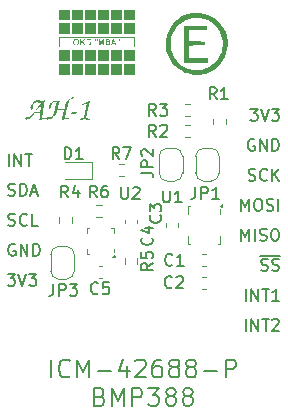
<source format=gbr>
%TF.GenerationSoftware,KiCad,Pcbnew,8.0.2-8.0.2-0~ubuntu20.04.1*%
%TF.CreationDate,2024-07-20T17:48:19+05:00*%
%TF.ProjectId,AlphaHagkemindt,416c7068-6148-4616-976b-656d696e6474,rev?*%
%TF.SameCoordinates,Original*%
%TF.FileFunction,Legend,Top*%
%TF.FilePolarity,Positive*%
%FSLAX46Y46*%
G04 Gerber Fmt 4.6, Leading zero omitted, Abs format (unit mm)*
G04 Created by KiCad (PCBNEW 8.0.2-8.0.2-0~ubuntu20.04.1) date 2024-07-20 17:48:19*
%MOMM*%
%LPD*%
G01*
G04 APERTURE LIST*
%ADD10C,0.200000*%
%ADD11C,0.150000*%
%ADD12C,0.100000*%
%ADD13C,0.120000*%
%ADD14C,0.000000*%
G04 APERTURE END LIST*
D10*
X86514286Y-104091112D02*
X86514286Y-102591112D01*
X88085715Y-103948255D02*
X88014287Y-104019684D01*
X88014287Y-104019684D02*
X87800001Y-104091112D01*
X87800001Y-104091112D02*
X87657144Y-104091112D01*
X87657144Y-104091112D02*
X87442858Y-104019684D01*
X87442858Y-104019684D02*
X87300001Y-103876826D01*
X87300001Y-103876826D02*
X87228572Y-103733969D01*
X87228572Y-103733969D02*
X87157144Y-103448255D01*
X87157144Y-103448255D02*
X87157144Y-103233969D01*
X87157144Y-103233969D02*
X87228572Y-102948255D01*
X87228572Y-102948255D02*
X87300001Y-102805398D01*
X87300001Y-102805398D02*
X87442858Y-102662541D01*
X87442858Y-102662541D02*
X87657144Y-102591112D01*
X87657144Y-102591112D02*
X87800001Y-102591112D01*
X87800001Y-102591112D02*
X88014287Y-102662541D01*
X88014287Y-102662541D02*
X88085715Y-102733969D01*
X88728572Y-104091112D02*
X88728572Y-102591112D01*
X88728572Y-102591112D02*
X89228572Y-103662541D01*
X89228572Y-103662541D02*
X89728572Y-102591112D01*
X89728572Y-102591112D02*
X89728572Y-104091112D01*
X90442858Y-103519684D02*
X91585716Y-103519684D01*
X92942859Y-103091112D02*
X92942859Y-104091112D01*
X92585716Y-102519684D02*
X92228573Y-103591112D01*
X92228573Y-103591112D02*
X93157144Y-103591112D01*
X93657144Y-102733969D02*
X93728572Y-102662541D01*
X93728572Y-102662541D02*
X93871430Y-102591112D01*
X93871430Y-102591112D02*
X94228572Y-102591112D01*
X94228572Y-102591112D02*
X94371430Y-102662541D01*
X94371430Y-102662541D02*
X94442858Y-102733969D01*
X94442858Y-102733969D02*
X94514287Y-102876826D01*
X94514287Y-102876826D02*
X94514287Y-103019684D01*
X94514287Y-103019684D02*
X94442858Y-103233969D01*
X94442858Y-103233969D02*
X93585715Y-104091112D01*
X93585715Y-104091112D02*
X94514287Y-104091112D01*
X95800001Y-102591112D02*
X95514286Y-102591112D01*
X95514286Y-102591112D02*
X95371429Y-102662541D01*
X95371429Y-102662541D02*
X95300001Y-102733969D01*
X95300001Y-102733969D02*
X95157143Y-102948255D01*
X95157143Y-102948255D02*
X95085715Y-103233969D01*
X95085715Y-103233969D02*
X95085715Y-103805398D01*
X95085715Y-103805398D02*
X95157143Y-103948255D01*
X95157143Y-103948255D02*
X95228572Y-104019684D01*
X95228572Y-104019684D02*
X95371429Y-104091112D01*
X95371429Y-104091112D02*
X95657143Y-104091112D01*
X95657143Y-104091112D02*
X95800001Y-104019684D01*
X95800001Y-104019684D02*
X95871429Y-103948255D01*
X95871429Y-103948255D02*
X95942858Y-103805398D01*
X95942858Y-103805398D02*
X95942858Y-103448255D01*
X95942858Y-103448255D02*
X95871429Y-103305398D01*
X95871429Y-103305398D02*
X95800001Y-103233969D01*
X95800001Y-103233969D02*
X95657143Y-103162541D01*
X95657143Y-103162541D02*
X95371429Y-103162541D01*
X95371429Y-103162541D02*
X95228572Y-103233969D01*
X95228572Y-103233969D02*
X95157143Y-103305398D01*
X95157143Y-103305398D02*
X95085715Y-103448255D01*
X96800000Y-103233969D02*
X96657143Y-103162541D01*
X96657143Y-103162541D02*
X96585714Y-103091112D01*
X96585714Y-103091112D02*
X96514286Y-102948255D01*
X96514286Y-102948255D02*
X96514286Y-102876826D01*
X96514286Y-102876826D02*
X96585714Y-102733969D01*
X96585714Y-102733969D02*
X96657143Y-102662541D01*
X96657143Y-102662541D02*
X96800000Y-102591112D01*
X96800000Y-102591112D02*
X97085714Y-102591112D01*
X97085714Y-102591112D02*
X97228572Y-102662541D01*
X97228572Y-102662541D02*
X97300000Y-102733969D01*
X97300000Y-102733969D02*
X97371429Y-102876826D01*
X97371429Y-102876826D02*
X97371429Y-102948255D01*
X97371429Y-102948255D02*
X97300000Y-103091112D01*
X97300000Y-103091112D02*
X97228572Y-103162541D01*
X97228572Y-103162541D02*
X97085714Y-103233969D01*
X97085714Y-103233969D02*
X96800000Y-103233969D01*
X96800000Y-103233969D02*
X96657143Y-103305398D01*
X96657143Y-103305398D02*
X96585714Y-103376826D01*
X96585714Y-103376826D02*
X96514286Y-103519684D01*
X96514286Y-103519684D02*
X96514286Y-103805398D01*
X96514286Y-103805398D02*
X96585714Y-103948255D01*
X96585714Y-103948255D02*
X96657143Y-104019684D01*
X96657143Y-104019684D02*
X96800000Y-104091112D01*
X96800000Y-104091112D02*
X97085714Y-104091112D01*
X97085714Y-104091112D02*
X97228572Y-104019684D01*
X97228572Y-104019684D02*
X97300000Y-103948255D01*
X97300000Y-103948255D02*
X97371429Y-103805398D01*
X97371429Y-103805398D02*
X97371429Y-103519684D01*
X97371429Y-103519684D02*
X97300000Y-103376826D01*
X97300000Y-103376826D02*
X97228572Y-103305398D01*
X97228572Y-103305398D02*
X97085714Y-103233969D01*
X98228571Y-103233969D02*
X98085714Y-103162541D01*
X98085714Y-103162541D02*
X98014285Y-103091112D01*
X98014285Y-103091112D02*
X97942857Y-102948255D01*
X97942857Y-102948255D02*
X97942857Y-102876826D01*
X97942857Y-102876826D02*
X98014285Y-102733969D01*
X98014285Y-102733969D02*
X98085714Y-102662541D01*
X98085714Y-102662541D02*
X98228571Y-102591112D01*
X98228571Y-102591112D02*
X98514285Y-102591112D01*
X98514285Y-102591112D02*
X98657143Y-102662541D01*
X98657143Y-102662541D02*
X98728571Y-102733969D01*
X98728571Y-102733969D02*
X98800000Y-102876826D01*
X98800000Y-102876826D02*
X98800000Y-102948255D01*
X98800000Y-102948255D02*
X98728571Y-103091112D01*
X98728571Y-103091112D02*
X98657143Y-103162541D01*
X98657143Y-103162541D02*
X98514285Y-103233969D01*
X98514285Y-103233969D02*
X98228571Y-103233969D01*
X98228571Y-103233969D02*
X98085714Y-103305398D01*
X98085714Y-103305398D02*
X98014285Y-103376826D01*
X98014285Y-103376826D02*
X97942857Y-103519684D01*
X97942857Y-103519684D02*
X97942857Y-103805398D01*
X97942857Y-103805398D02*
X98014285Y-103948255D01*
X98014285Y-103948255D02*
X98085714Y-104019684D01*
X98085714Y-104019684D02*
X98228571Y-104091112D01*
X98228571Y-104091112D02*
X98514285Y-104091112D01*
X98514285Y-104091112D02*
X98657143Y-104019684D01*
X98657143Y-104019684D02*
X98728571Y-103948255D01*
X98728571Y-103948255D02*
X98800000Y-103805398D01*
X98800000Y-103805398D02*
X98800000Y-103519684D01*
X98800000Y-103519684D02*
X98728571Y-103376826D01*
X98728571Y-103376826D02*
X98657143Y-103305398D01*
X98657143Y-103305398D02*
X98514285Y-103233969D01*
X99442856Y-103519684D02*
X100585714Y-103519684D01*
X101299999Y-104091112D02*
X101299999Y-102591112D01*
X101299999Y-102591112D02*
X101871428Y-102591112D01*
X101871428Y-102591112D02*
X102014285Y-102662541D01*
X102014285Y-102662541D02*
X102085714Y-102733969D01*
X102085714Y-102733969D02*
X102157142Y-102876826D01*
X102157142Y-102876826D02*
X102157142Y-103091112D01*
X102157142Y-103091112D02*
X102085714Y-103233969D01*
X102085714Y-103233969D02*
X102014285Y-103305398D01*
X102014285Y-103305398D02*
X101871428Y-103376826D01*
X101871428Y-103376826D02*
X101299999Y-103376826D01*
X90657143Y-105720314D02*
X90871429Y-105791742D01*
X90871429Y-105791742D02*
X90942858Y-105863171D01*
X90942858Y-105863171D02*
X91014286Y-106006028D01*
X91014286Y-106006028D02*
X91014286Y-106220314D01*
X91014286Y-106220314D02*
X90942858Y-106363171D01*
X90942858Y-106363171D02*
X90871429Y-106434600D01*
X90871429Y-106434600D02*
X90728572Y-106506028D01*
X90728572Y-106506028D02*
X90157143Y-106506028D01*
X90157143Y-106506028D02*
X90157143Y-105006028D01*
X90157143Y-105006028D02*
X90657143Y-105006028D01*
X90657143Y-105006028D02*
X90800001Y-105077457D01*
X90800001Y-105077457D02*
X90871429Y-105148885D01*
X90871429Y-105148885D02*
X90942858Y-105291742D01*
X90942858Y-105291742D02*
X90942858Y-105434600D01*
X90942858Y-105434600D02*
X90871429Y-105577457D01*
X90871429Y-105577457D02*
X90800001Y-105648885D01*
X90800001Y-105648885D02*
X90657143Y-105720314D01*
X90657143Y-105720314D02*
X90157143Y-105720314D01*
X91657143Y-106506028D02*
X91657143Y-105006028D01*
X91657143Y-105006028D02*
X92157143Y-106077457D01*
X92157143Y-106077457D02*
X92657143Y-105006028D01*
X92657143Y-105006028D02*
X92657143Y-106506028D01*
X93371429Y-106506028D02*
X93371429Y-105006028D01*
X93371429Y-105006028D02*
X93942858Y-105006028D01*
X93942858Y-105006028D02*
X94085715Y-105077457D01*
X94085715Y-105077457D02*
X94157144Y-105148885D01*
X94157144Y-105148885D02*
X94228572Y-105291742D01*
X94228572Y-105291742D02*
X94228572Y-105506028D01*
X94228572Y-105506028D02*
X94157144Y-105648885D01*
X94157144Y-105648885D02*
X94085715Y-105720314D01*
X94085715Y-105720314D02*
X93942858Y-105791742D01*
X93942858Y-105791742D02*
X93371429Y-105791742D01*
X94728572Y-105006028D02*
X95657144Y-105006028D01*
X95657144Y-105006028D02*
X95157144Y-105577457D01*
X95157144Y-105577457D02*
X95371429Y-105577457D01*
X95371429Y-105577457D02*
X95514287Y-105648885D01*
X95514287Y-105648885D02*
X95585715Y-105720314D01*
X95585715Y-105720314D02*
X95657144Y-105863171D01*
X95657144Y-105863171D02*
X95657144Y-106220314D01*
X95657144Y-106220314D02*
X95585715Y-106363171D01*
X95585715Y-106363171D02*
X95514287Y-106434600D01*
X95514287Y-106434600D02*
X95371429Y-106506028D01*
X95371429Y-106506028D02*
X94942858Y-106506028D01*
X94942858Y-106506028D02*
X94800001Y-106434600D01*
X94800001Y-106434600D02*
X94728572Y-106363171D01*
X96514286Y-105648885D02*
X96371429Y-105577457D01*
X96371429Y-105577457D02*
X96300000Y-105506028D01*
X96300000Y-105506028D02*
X96228572Y-105363171D01*
X96228572Y-105363171D02*
X96228572Y-105291742D01*
X96228572Y-105291742D02*
X96300000Y-105148885D01*
X96300000Y-105148885D02*
X96371429Y-105077457D01*
X96371429Y-105077457D02*
X96514286Y-105006028D01*
X96514286Y-105006028D02*
X96800000Y-105006028D01*
X96800000Y-105006028D02*
X96942858Y-105077457D01*
X96942858Y-105077457D02*
X97014286Y-105148885D01*
X97014286Y-105148885D02*
X97085715Y-105291742D01*
X97085715Y-105291742D02*
X97085715Y-105363171D01*
X97085715Y-105363171D02*
X97014286Y-105506028D01*
X97014286Y-105506028D02*
X96942858Y-105577457D01*
X96942858Y-105577457D02*
X96800000Y-105648885D01*
X96800000Y-105648885D02*
X96514286Y-105648885D01*
X96514286Y-105648885D02*
X96371429Y-105720314D01*
X96371429Y-105720314D02*
X96300000Y-105791742D01*
X96300000Y-105791742D02*
X96228572Y-105934600D01*
X96228572Y-105934600D02*
X96228572Y-106220314D01*
X96228572Y-106220314D02*
X96300000Y-106363171D01*
X96300000Y-106363171D02*
X96371429Y-106434600D01*
X96371429Y-106434600D02*
X96514286Y-106506028D01*
X96514286Y-106506028D02*
X96800000Y-106506028D01*
X96800000Y-106506028D02*
X96942858Y-106434600D01*
X96942858Y-106434600D02*
X97014286Y-106363171D01*
X97014286Y-106363171D02*
X97085715Y-106220314D01*
X97085715Y-106220314D02*
X97085715Y-105934600D01*
X97085715Y-105934600D02*
X97014286Y-105791742D01*
X97014286Y-105791742D02*
X96942858Y-105720314D01*
X96942858Y-105720314D02*
X96800000Y-105648885D01*
X97942857Y-105648885D02*
X97800000Y-105577457D01*
X97800000Y-105577457D02*
X97728571Y-105506028D01*
X97728571Y-105506028D02*
X97657143Y-105363171D01*
X97657143Y-105363171D02*
X97657143Y-105291742D01*
X97657143Y-105291742D02*
X97728571Y-105148885D01*
X97728571Y-105148885D02*
X97800000Y-105077457D01*
X97800000Y-105077457D02*
X97942857Y-105006028D01*
X97942857Y-105006028D02*
X98228571Y-105006028D01*
X98228571Y-105006028D02*
X98371429Y-105077457D01*
X98371429Y-105077457D02*
X98442857Y-105148885D01*
X98442857Y-105148885D02*
X98514286Y-105291742D01*
X98514286Y-105291742D02*
X98514286Y-105363171D01*
X98514286Y-105363171D02*
X98442857Y-105506028D01*
X98442857Y-105506028D02*
X98371429Y-105577457D01*
X98371429Y-105577457D02*
X98228571Y-105648885D01*
X98228571Y-105648885D02*
X97942857Y-105648885D01*
X97942857Y-105648885D02*
X97800000Y-105720314D01*
X97800000Y-105720314D02*
X97728571Y-105791742D01*
X97728571Y-105791742D02*
X97657143Y-105934600D01*
X97657143Y-105934600D02*
X97657143Y-106220314D01*
X97657143Y-106220314D02*
X97728571Y-106363171D01*
X97728571Y-106363171D02*
X97800000Y-106434600D01*
X97800000Y-106434600D02*
X97942857Y-106506028D01*
X97942857Y-106506028D02*
X98228571Y-106506028D01*
X98228571Y-106506028D02*
X98371429Y-106434600D01*
X98371429Y-106434600D02*
X98442857Y-106363171D01*
X98442857Y-106363171D02*
X98514286Y-106220314D01*
X98514286Y-106220314D02*
X98514286Y-105934600D01*
X98514286Y-105934600D02*
X98442857Y-105791742D01*
X98442857Y-105791742D02*
X98371429Y-105720314D01*
X98371429Y-105720314D02*
X98228571Y-105648885D01*
D11*
X104287030Y-95017200D02*
X104429887Y-95064819D01*
X104429887Y-95064819D02*
X104667982Y-95064819D01*
X104667982Y-95064819D02*
X104763220Y-95017200D01*
X104763220Y-95017200D02*
X104810839Y-94969580D01*
X104810839Y-94969580D02*
X104858458Y-94874342D01*
X104858458Y-94874342D02*
X104858458Y-94779104D01*
X104858458Y-94779104D02*
X104810839Y-94683866D01*
X104810839Y-94683866D02*
X104763220Y-94636247D01*
X104763220Y-94636247D02*
X104667982Y-94588628D01*
X104667982Y-94588628D02*
X104477506Y-94541009D01*
X104477506Y-94541009D02*
X104382268Y-94493390D01*
X104382268Y-94493390D02*
X104334649Y-94445771D01*
X104334649Y-94445771D02*
X104287030Y-94350533D01*
X104287030Y-94350533D02*
X104287030Y-94255295D01*
X104287030Y-94255295D02*
X104334649Y-94160057D01*
X104334649Y-94160057D02*
X104382268Y-94112438D01*
X104382268Y-94112438D02*
X104477506Y-94064819D01*
X104477506Y-94064819D02*
X104715601Y-94064819D01*
X104715601Y-94064819D02*
X104858458Y-94112438D01*
X105239411Y-95017200D02*
X105382268Y-95064819D01*
X105382268Y-95064819D02*
X105620363Y-95064819D01*
X105620363Y-95064819D02*
X105715601Y-95017200D01*
X105715601Y-95017200D02*
X105763220Y-94969580D01*
X105763220Y-94969580D02*
X105810839Y-94874342D01*
X105810839Y-94874342D02*
X105810839Y-94779104D01*
X105810839Y-94779104D02*
X105763220Y-94683866D01*
X105763220Y-94683866D02*
X105715601Y-94636247D01*
X105715601Y-94636247D02*
X105620363Y-94588628D01*
X105620363Y-94588628D02*
X105429887Y-94541009D01*
X105429887Y-94541009D02*
X105334649Y-94493390D01*
X105334649Y-94493390D02*
X105287030Y-94445771D01*
X105287030Y-94445771D02*
X105239411Y-94350533D01*
X105239411Y-94350533D02*
X105239411Y-94255295D01*
X105239411Y-94255295D02*
X105287030Y-94160057D01*
X105287030Y-94160057D02*
X105334649Y-94112438D01*
X105334649Y-94112438D02*
X105429887Y-94064819D01*
X105429887Y-94064819D02*
X105667982Y-94064819D01*
X105667982Y-94064819D02*
X105810839Y-94112438D01*
X104196554Y-93787200D02*
X105901316Y-93787200D01*
X102620364Y-89984819D02*
X102620364Y-88984819D01*
X102620364Y-88984819D02*
X102953697Y-89699104D01*
X102953697Y-89699104D02*
X103287030Y-88984819D01*
X103287030Y-88984819D02*
X103287030Y-89984819D01*
X103953697Y-88984819D02*
X104144173Y-88984819D01*
X104144173Y-88984819D02*
X104239411Y-89032438D01*
X104239411Y-89032438D02*
X104334649Y-89127676D01*
X104334649Y-89127676D02*
X104382268Y-89318152D01*
X104382268Y-89318152D02*
X104382268Y-89651485D01*
X104382268Y-89651485D02*
X104334649Y-89841961D01*
X104334649Y-89841961D02*
X104239411Y-89937200D01*
X104239411Y-89937200D02*
X104144173Y-89984819D01*
X104144173Y-89984819D02*
X103953697Y-89984819D01*
X103953697Y-89984819D02*
X103858459Y-89937200D01*
X103858459Y-89937200D02*
X103763221Y-89841961D01*
X103763221Y-89841961D02*
X103715602Y-89651485D01*
X103715602Y-89651485D02*
X103715602Y-89318152D01*
X103715602Y-89318152D02*
X103763221Y-89127676D01*
X103763221Y-89127676D02*
X103858459Y-89032438D01*
X103858459Y-89032438D02*
X103953697Y-88984819D01*
X104763221Y-89937200D02*
X104906078Y-89984819D01*
X104906078Y-89984819D02*
X105144173Y-89984819D01*
X105144173Y-89984819D02*
X105239411Y-89937200D01*
X105239411Y-89937200D02*
X105287030Y-89889580D01*
X105287030Y-89889580D02*
X105334649Y-89794342D01*
X105334649Y-89794342D02*
X105334649Y-89699104D01*
X105334649Y-89699104D02*
X105287030Y-89603866D01*
X105287030Y-89603866D02*
X105239411Y-89556247D01*
X105239411Y-89556247D02*
X105144173Y-89508628D01*
X105144173Y-89508628D02*
X104953697Y-89461009D01*
X104953697Y-89461009D02*
X104858459Y-89413390D01*
X104858459Y-89413390D02*
X104810840Y-89365771D01*
X104810840Y-89365771D02*
X104763221Y-89270533D01*
X104763221Y-89270533D02*
X104763221Y-89175295D01*
X104763221Y-89175295D02*
X104810840Y-89080057D01*
X104810840Y-89080057D02*
X104858459Y-89032438D01*
X104858459Y-89032438D02*
X104953697Y-88984819D01*
X104953697Y-88984819D02*
X105191792Y-88984819D01*
X105191792Y-88984819D02*
X105334649Y-89032438D01*
X105763221Y-89984819D02*
X105763221Y-88984819D01*
X103001316Y-100144819D02*
X103001316Y-99144819D01*
X103477506Y-100144819D02*
X103477506Y-99144819D01*
X103477506Y-99144819D02*
X104048934Y-100144819D01*
X104048934Y-100144819D02*
X104048934Y-99144819D01*
X104382268Y-99144819D02*
X104953696Y-99144819D01*
X104667982Y-100144819D02*
X104667982Y-99144819D01*
X105239411Y-99240057D02*
X105287030Y-99192438D01*
X105287030Y-99192438D02*
X105382268Y-99144819D01*
X105382268Y-99144819D02*
X105620363Y-99144819D01*
X105620363Y-99144819D02*
X105715601Y-99192438D01*
X105715601Y-99192438D02*
X105763220Y-99240057D01*
X105763220Y-99240057D02*
X105810839Y-99335295D01*
X105810839Y-99335295D02*
X105810839Y-99430533D01*
X105810839Y-99430533D02*
X105763220Y-99573390D01*
X105763220Y-99573390D02*
X105191792Y-100144819D01*
X105191792Y-100144819D02*
X105810839Y-100144819D01*
X82889160Y-88667200D02*
X83032017Y-88714819D01*
X83032017Y-88714819D02*
X83270112Y-88714819D01*
X83270112Y-88714819D02*
X83365350Y-88667200D01*
X83365350Y-88667200D02*
X83412969Y-88619580D01*
X83412969Y-88619580D02*
X83460588Y-88524342D01*
X83460588Y-88524342D02*
X83460588Y-88429104D01*
X83460588Y-88429104D02*
X83412969Y-88333866D01*
X83412969Y-88333866D02*
X83365350Y-88286247D01*
X83365350Y-88286247D02*
X83270112Y-88238628D01*
X83270112Y-88238628D02*
X83079636Y-88191009D01*
X83079636Y-88191009D02*
X82984398Y-88143390D01*
X82984398Y-88143390D02*
X82936779Y-88095771D01*
X82936779Y-88095771D02*
X82889160Y-88000533D01*
X82889160Y-88000533D02*
X82889160Y-87905295D01*
X82889160Y-87905295D02*
X82936779Y-87810057D01*
X82936779Y-87810057D02*
X82984398Y-87762438D01*
X82984398Y-87762438D02*
X83079636Y-87714819D01*
X83079636Y-87714819D02*
X83317731Y-87714819D01*
X83317731Y-87714819D02*
X83460588Y-87762438D01*
X83889160Y-88714819D02*
X83889160Y-87714819D01*
X83889160Y-87714819D02*
X84127255Y-87714819D01*
X84127255Y-87714819D02*
X84270112Y-87762438D01*
X84270112Y-87762438D02*
X84365350Y-87857676D01*
X84365350Y-87857676D02*
X84412969Y-87952914D01*
X84412969Y-87952914D02*
X84460588Y-88143390D01*
X84460588Y-88143390D02*
X84460588Y-88286247D01*
X84460588Y-88286247D02*
X84412969Y-88476723D01*
X84412969Y-88476723D02*
X84365350Y-88571961D01*
X84365350Y-88571961D02*
X84270112Y-88667200D01*
X84270112Y-88667200D02*
X84127255Y-88714819D01*
X84127255Y-88714819D02*
X83889160Y-88714819D01*
X84841541Y-88429104D02*
X85317731Y-88429104D01*
X84746303Y-88714819D02*
X85079636Y-87714819D01*
X85079636Y-87714819D02*
X85412969Y-88714819D01*
X82936779Y-86174819D02*
X82936779Y-85174819D01*
X83412969Y-86174819D02*
X83412969Y-85174819D01*
X83412969Y-85174819D02*
X83984397Y-86174819D01*
X83984397Y-86174819D02*
X83984397Y-85174819D01*
X84317731Y-85174819D02*
X84889159Y-85174819D01*
X84603445Y-86174819D02*
X84603445Y-85174819D01*
D12*
G36*
X85972226Y-80620642D02*
G01*
X85963790Y-80663324D01*
X85938017Y-80801547D01*
X85920683Y-80900449D01*
X85903448Y-81003141D01*
X85886503Y-81108243D01*
X85870036Y-81214375D01*
X85854237Y-81320154D01*
X85839296Y-81424200D01*
X85825403Y-81525133D01*
X85806943Y-81667671D01*
X85791906Y-81795434D01*
X85780932Y-81903762D01*
X85773412Y-82028457D01*
X85773785Y-82045973D01*
X85816491Y-82137708D01*
X85916050Y-82154487D01*
X85923629Y-82154335D01*
X86021172Y-82147880D01*
X86123656Y-82140321D01*
X86078715Y-82207732D01*
X85980530Y-82224340D01*
X85821284Y-82252184D01*
X85795753Y-82256809D01*
X85690766Y-82275711D01*
X85594138Y-82291263D01*
X85529658Y-82235087D01*
X85530463Y-82214508D01*
X85543824Y-82114431D01*
X85547387Y-82096482D01*
X85560432Y-81999637D01*
X85567681Y-81949019D01*
X85582903Y-81851625D01*
X85583186Y-81848466D01*
X85597069Y-81750509D01*
X85529643Y-81746388D01*
X85421436Y-81742491D01*
X85309561Y-81740412D01*
X85200870Y-81739498D01*
X85101256Y-81739274D01*
X85035158Y-81814352D01*
X84945415Y-81913631D01*
X84865660Y-81997866D01*
X84794439Y-82068139D01*
X84710234Y-82141988D01*
X84617411Y-82206007D01*
X84515360Y-82247944D01*
X84412491Y-82260000D01*
X84363266Y-82257738D01*
X84263991Y-82235087D01*
X84370481Y-82039204D01*
X84396464Y-82047175D01*
X84493579Y-82058743D01*
X84551016Y-82055743D01*
X84652802Y-82029260D01*
X84738608Y-81977548D01*
X84818422Y-81905359D01*
X84842384Y-81881358D01*
X84915386Y-81802222D01*
X84990491Y-81716315D01*
X85056751Y-81638089D01*
X85067976Y-81624480D01*
X85188206Y-81624480D01*
X85613677Y-81624480D01*
X85728471Y-80916175D01*
X85188206Y-81624480D01*
X85067976Y-81624480D01*
X85122174Y-81558768D01*
X85194068Y-81468653D01*
X85678157Y-80841926D01*
X85635021Y-80838803D01*
X85532588Y-80830690D01*
X85445638Y-80821898D01*
X85378715Y-80813593D01*
X85375282Y-80813363D01*
X85275157Y-80808220D01*
X85219849Y-80810706D01*
X85123309Y-80830129D01*
X85035982Y-80875753D01*
X84972288Y-80955773D01*
X84950314Y-81062721D01*
X84954857Y-81125213D01*
X84978041Y-81226605D01*
X85008932Y-81323084D01*
X84801814Y-81434947D01*
X84773139Y-81344407D01*
X84762735Y-81241995D01*
X84765795Y-81187411D01*
X84790942Y-81083279D01*
X84834918Y-80994938D01*
X84900654Y-80906229D01*
X84975226Y-80827759D01*
X84999983Y-80804335D01*
X85086915Y-80734251D01*
X85173918Y-80682679D01*
X85272806Y-80646409D01*
X85370411Y-80634319D01*
X85422259Y-80636449D01*
X85521256Y-80647422D01*
X85624912Y-80662651D01*
X85684273Y-80671700D01*
X85784647Y-80682191D01*
X85860668Y-80662220D01*
X85933147Y-80592798D01*
X85972226Y-80620642D01*
G37*
G36*
X87032728Y-81364117D02*
G01*
X87060554Y-81269276D01*
X87063503Y-81261046D01*
X87088476Y-81162922D01*
X87113817Y-81066629D01*
X87139340Y-80966489D01*
X87167062Y-80866350D01*
X87188486Y-80768672D01*
X87189532Y-80763768D01*
X87298464Y-80671444D01*
X87199805Y-80666186D01*
X87136287Y-80665582D01*
X87037315Y-80667983D01*
X86924157Y-80677855D01*
X86821642Y-80695572D01*
X86711037Y-80727502D01*
X86612076Y-80771435D01*
X86522749Y-80827759D01*
X86446548Y-80892133D01*
X86379065Y-80973365D01*
X86333685Y-81062982D01*
X86309395Y-81162854D01*
X86304396Y-81241507D01*
X86317458Y-81341834D01*
X86326866Y-81380725D01*
X86536915Y-81311360D01*
X86513849Y-81215876D01*
X86506140Y-81119385D01*
X86517963Y-81012812D01*
X86558171Y-80913865D01*
X86624671Y-80839675D01*
X86682484Y-80805289D01*
X86781641Y-80779023D01*
X86880252Y-80770874D01*
X86990718Y-80769141D01*
X86961623Y-80865688D01*
X86933534Y-80967944D01*
X86906706Y-81070842D01*
X86882172Y-81165979D01*
X86850523Y-81288890D01*
X86830983Y-81369490D01*
X86730355Y-81475003D01*
X86803140Y-81480865D01*
X86766897Y-81614866D01*
X86732979Y-81727371D01*
X86699849Y-81820195D01*
X86654241Y-81916485D01*
X86589799Y-81998744D01*
X86492165Y-82052668D01*
X86385529Y-82070148D01*
X86307327Y-82072421D01*
X86205180Y-82070154D01*
X86158827Y-82067048D01*
X86027424Y-82249253D01*
X86126577Y-82259344D01*
X86164689Y-82260000D01*
X86264355Y-82255691D01*
X86363946Y-82237357D01*
X86380111Y-82232156D01*
X86475652Y-82184704D01*
X86556325Y-82125889D01*
X86631948Y-82061425D01*
X86711589Y-81986071D01*
X86752337Y-81944926D01*
X86822563Y-81870601D01*
X86885557Y-81788271D01*
X86932843Y-81689969D01*
X86970671Y-81582704D01*
X87001953Y-81486238D01*
X87121084Y-81478585D01*
X87220711Y-81472362D01*
X87323200Y-81466335D01*
X87422958Y-81461227D01*
X87522383Y-81457466D01*
X87606699Y-81455464D01*
X87582691Y-81550276D01*
X87578367Y-81569769D01*
X87514375Y-81805708D01*
X87489268Y-81905540D01*
X87463008Y-82010277D01*
X87436742Y-82116734D01*
X87416837Y-82212824D01*
X87416189Y-82232156D01*
X87477739Y-82291263D01*
X87556385Y-82277585D01*
X87659862Y-82253441D01*
X87760299Y-82234009D01*
X87876099Y-82212503D01*
X87978925Y-82193565D01*
X88029239Y-82123712D01*
X87926966Y-82132876D01*
X87828068Y-82139223D01*
X87763503Y-82140321D01*
X87677102Y-82089631D01*
X87673621Y-82065094D01*
X87683075Y-81962638D01*
X87705528Y-81861448D01*
X87731877Y-81754442D01*
X87759106Y-81646898D01*
X87793721Y-81511658D01*
X87821339Y-81404200D01*
X87852896Y-81281563D01*
X87884461Y-81171746D01*
X87912136Y-81075557D01*
X87947038Y-80954658D01*
X87974943Y-80858845D01*
X88003085Y-80764330D01*
X88034414Y-80668056D01*
X88065875Y-80604521D01*
X88136156Y-80531798D01*
X88233914Y-80509267D01*
X88331915Y-80521071D01*
X88382414Y-80537599D01*
X88477669Y-80383726D01*
X88379817Y-80364081D01*
X88354082Y-80363698D01*
X88261758Y-80374933D01*
X88167656Y-80426739D01*
X88079980Y-80493755D01*
X87997992Y-80566395D01*
X87928611Y-80635296D01*
X87857017Y-80718850D01*
X87799529Y-80808886D01*
X87760609Y-80900755D01*
X87729797Y-81001660D01*
X87654082Y-81273258D01*
X87629169Y-81359720D01*
X87032728Y-81364117D01*
G37*
G36*
X88185066Y-81782749D02*
G01*
X88431751Y-81777376D01*
X88534085Y-81781375D01*
X88551919Y-81782749D01*
X88609170Y-81696081D01*
X88669642Y-81616458D01*
X88677948Y-81606406D01*
X88653035Y-81606406D01*
X88423447Y-81603475D01*
X88322020Y-81605235D01*
X88294487Y-81606406D01*
X88230434Y-81681022D01*
X88173485Y-81761947D01*
X88160153Y-81782749D01*
X88185066Y-81782749D01*
G37*
G36*
X88851360Y-82260000D02*
G01*
X89027704Y-82260000D01*
X89333007Y-82257557D01*
X89654919Y-82260000D01*
X89769713Y-82260000D01*
X89836636Y-82184773D01*
X89732954Y-82177675D01*
X89631284Y-82166715D01*
X89548429Y-82153998D01*
X89476929Y-82085189D01*
X89475645Y-82069979D01*
X89488314Y-81969440D01*
X89492254Y-81952742D01*
X89516531Y-81854656D01*
X89538558Y-81756481D01*
X89562379Y-81648079D01*
X89573831Y-81595659D01*
X89604878Y-81458520D01*
X89633543Y-81332762D01*
X89659969Y-81217812D01*
X89684298Y-81113097D01*
X89713721Y-80988410D01*
X89740006Y-80879546D01*
X89768967Y-80763648D01*
X89794213Y-80667704D01*
X89803419Y-80634319D01*
X89714092Y-80681975D01*
X89624166Y-80728943D01*
X89526692Y-80779540D01*
X89514724Y-80785750D01*
X89420747Y-80830629D01*
X89322758Y-80875327D01*
X89226987Y-80918645D01*
X89144940Y-80955743D01*
X89228960Y-80997752D01*
X89321142Y-80964708D01*
X89380390Y-80942065D01*
X89464410Y-80908360D01*
X89542568Y-80880516D01*
X89276831Y-82022595D01*
X89248303Y-82116464D01*
X89231891Y-82134459D01*
X89129609Y-82159513D01*
X89078018Y-82165233D01*
X88991067Y-82176468D01*
X88932449Y-82184773D01*
X88851360Y-82260000D01*
G37*
D11*
X82889160Y-91207200D02*
X83032017Y-91254819D01*
X83032017Y-91254819D02*
X83270112Y-91254819D01*
X83270112Y-91254819D02*
X83365350Y-91207200D01*
X83365350Y-91207200D02*
X83412969Y-91159580D01*
X83412969Y-91159580D02*
X83460588Y-91064342D01*
X83460588Y-91064342D02*
X83460588Y-90969104D01*
X83460588Y-90969104D02*
X83412969Y-90873866D01*
X83412969Y-90873866D02*
X83365350Y-90826247D01*
X83365350Y-90826247D02*
X83270112Y-90778628D01*
X83270112Y-90778628D02*
X83079636Y-90731009D01*
X83079636Y-90731009D02*
X82984398Y-90683390D01*
X82984398Y-90683390D02*
X82936779Y-90635771D01*
X82936779Y-90635771D02*
X82889160Y-90540533D01*
X82889160Y-90540533D02*
X82889160Y-90445295D01*
X82889160Y-90445295D02*
X82936779Y-90350057D01*
X82936779Y-90350057D02*
X82984398Y-90302438D01*
X82984398Y-90302438D02*
X83079636Y-90254819D01*
X83079636Y-90254819D02*
X83317731Y-90254819D01*
X83317731Y-90254819D02*
X83460588Y-90302438D01*
X84460588Y-91159580D02*
X84412969Y-91207200D01*
X84412969Y-91207200D02*
X84270112Y-91254819D01*
X84270112Y-91254819D02*
X84174874Y-91254819D01*
X84174874Y-91254819D02*
X84032017Y-91207200D01*
X84032017Y-91207200D02*
X83936779Y-91111961D01*
X83936779Y-91111961D02*
X83889160Y-91016723D01*
X83889160Y-91016723D02*
X83841541Y-90826247D01*
X83841541Y-90826247D02*
X83841541Y-90683390D01*
X83841541Y-90683390D02*
X83889160Y-90492914D01*
X83889160Y-90492914D02*
X83936779Y-90397676D01*
X83936779Y-90397676D02*
X84032017Y-90302438D01*
X84032017Y-90302438D02*
X84174874Y-90254819D01*
X84174874Y-90254819D02*
X84270112Y-90254819D01*
X84270112Y-90254819D02*
X84412969Y-90302438D01*
X84412969Y-90302438D02*
X84460588Y-90350057D01*
X85365350Y-91254819D02*
X84889160Y-91254819D01*
X84889160Y-91254819D02*
X84889160Y-90254819D01*
X83460588Y-92842438D02*
X83365350Y-92794819D01*
X83365350Y-92794819D02*
X83222493Y-92794819D01*
X83222493Y-92794819D02*
X83079636Y-92842438D01*
X83079636Y-92842438D02*
X82984398Y-92937676D01*
X82984398Y-92937676D02*
X82936779Y-93032914D01*
X82936779Y-93032914D02*
X82889160Y-93223390D01*
X82889160Y-93223390D02*
X82889160Y-93366247D01*
X82889160Y-93366247D02*
X82936779Y-93556723D01*
X82936779Y-93556723D02*
X82984398Y-93651961D01*
X82984398Y-93651961D02*
X83079636Y-93747200D01*
X83079636Y-93747200D02*
X83222493Y-93794819D01*
X83222493Y-93794819D02*
X83317731Y-93794819D01*
X83317731Y-93794819D02*
X83460588Y-93747200D01*
X83460588Y-93747200D02*
X83508207Y-93699580D01*
X83508207Y-93699580D02*
X83508207Y-93366247D01*
X83508207Y-93366247D02*
X83317731Y-93366247D01*
X83936779Y-93794819D02*
X83936779Y-92794819D01*
X83936779Y-92794819D02*
X84508207Y-93794819D01*
X84508207Y-93794819D02*
X84508207Y-92794819D01*
X84984398Y-93794819D02*
X84984398Y-92794819D01*
X84984398Y-92794819D02*
X85222493Y-92794819D01*
X85222493Y-92794819D02*
X85365350Y-92842438D01*
X85365350Y-92842438D02*
X85460588Y-92937676D01*
X85460588Y-92937676D02*
X85508207Y-93032914D01*
X85508207Y-93032914D02*
X85555826Y-93223390D01*
X85555826Y-93223390D02*
X85555826Y-93366247D01*
X85555826Y-93366247D02*
X85508207Y-93556723D01*
X85508207Y-93556723D02*
X85460588Y-93651961D01*
X85460588Y-93651961D02*
X85365350Y-93747200D01*
X85365350Y-93747200D02*
X85222493Y-93794819D01*
X85222493Y-93794819D02*
X84984398Y-93794819D01*
X103001316Y-97604819D02*
X103001316Y-96604819D01*
X103477506Y-97604819D02*
X103477506Y-96604819D01*
X103477506Y-96604819D02*
X104048934Y-97604819D01*
X104048934Y-97604819D02*
X104048934Y-96604819D01*
X104382268Y-96604819D02*
X104953696Y-96604819D01*
X104667982Y-97604819D02*
X104667982Y-96604819D01*
X105810839Y-97604819D02*
X105239411Y-97604819D01*
X105525125Y-97604819D02*
X105525125Y-96604819D01*
X105525125Y-96604819D02*
X105429887Y-96747676D01*
X105429887Y-96747676D02*
X105334649Y-96842914D01*
X105334649Y-96842914D02*
X105239411Y-96890533D01*
X103715601Y-83952438D02*
X103620363Y-83904819D01*
X103620363Y-83904819D02*
X103477506Y-83904819D01*
X103477506Y-83904819D02*
X103334649Y-83952438D01*
X103334649Y-83952438D02*
X103239411Y-84047676D01*
X103239411Y-84047676D02*
X103191792Y-84142914D01*
X103191792Y-84142914D02*
X103144173Y-84333390D01*
X103144173Y-84333390D02*
X103144173Y-84476247D01*
X103144173Y-84476247D02*
X103191792Y-84666723D01*
X103191792Y-84666723D02*
X103239411Y-84761961D01*
X103239411Y-84761961D02*
X103334649Y-84857200D01*
X103334649Y-84857200D02*
X103477506Y-84904819D01*
X103477506Y-84904819D02*
X103572744Y-84904819D01*
X103572744Y-84904819D02*
X103715601Y-84857200D01*
X103715601Y-84857200D02*
X103763220Y-84809580D01*
X103763220Y-84809580D02*
X103763220Y-84476247D01*
X103763220Y-84476247D02*
X103572744Y-84476247D01*
X104191792Y-84904819D02*
X104191792Y-83904819D01*
X104191792Y-83904819D02*
X104763220Y-84904819D01*
X104763220Y-84904819D02*
X104763220Y-83904819D01*
X105239411Y-84904819D02*
X105239411Y-83904819D01*
X105239411Y-83904819D02*
X105477506Y-83904819D01*
X105477506Y-83904819D02*
X105620363Y-83952438D01*
X105620363Y-83952438D02*
X105715601Y-84047676D01*
X105715601Y-84047676D02*
X105763220Y-84142914D01*
X105763220Y-84142914D02*
X105810839Y-84333390D01*
X105810839Y-84333390D02*
X105810839Y-84476247D01*
X105810839Y-84476247D02*
X105763220Y-84666723D01*
X105763220Y-84666723D02*
X105715601Y-84761961D01*
X105715601Y-84761961D02*
X105620363Y-84857200D01*
X105620363Y-84857200D02*
X105477506Y-84904819D01*
X105477506Y-84904819D02*
X105239411Y-84904819D01*
X82841541Y-95334819D02*
X83460588Y-95334819D01*
X83460588Y-95334819D02*
X83127255Y-95715771D01*
X83127255Y-95715771D02*
X83270112Y-95715771D01*
X83270112Y-95715771D02*
X83365350Y-95763390D01*
X83365350Y-95763390D02*
X83412969Y-95811009D01*
X83412969Y-95811009D02*
X83460588Y-95906247D01*
X83460588Y-95906247D02*
X83460588Y-96144342D01*
X83460588Y-96144342D02*
X83412969Y-96239580D01*
X83412969Y-96239580D02*
X83365350Y-96287200D01*
X83365350Y-96287200D02*
X83270112Y-96334819D01*
X83270112Y-96334819D02*
X82984398Y-96334819D01*
X82984398Y-96334819D02*
X82889160Y-96287200D01*
X82889160Y-96287200D02*
X82841541Y-96239580D01*
X83746303Y-95334819D02*
X84079636Y-96334819D01*
X84079636Y-96334819D02*
X84412969Y-95334819D01*
X84651065Y-95334819D02*
X85270112Y-95334819D01*
X85270112Y-95334819D02*
X84936779Y-95715771D01*
X84936779Y-95715771D02*
X85079636Y-95715771D01*
X85079636Y-95715771D02*
X85174874Y-95763390D01*
X85174874Y-95763390D02*
X85222493Y-95811009D01*
X85222493Y-95811009D02*
X85270112Y-95906247D01*
X85270112Y-95906247D02*
X85270112Y-96144342D01*
X85270112Y-96144342D02*
X85222493Y-96239580D01*
X85222493Y-96239580D02*
X85174874Y-96287200D01*
X85174874Y-96287200D02*
X85079636Y-96334819D01*
X85079636Y-96334819D02*
X84793922Y-96334819D01*
X84793922Y-96334819D02*
X84698684Y-96287200D01*
X84698684Y-96287200D02*
X84651065Y-96239580D01*
X102620364Y-92524819D02*
X102620364Y-91524819D01*
X102620364Y-91524819D02*
X102953697Y-92239104D01*
X102953697Y-92239104D02*
X103287030Y-91524819D01*
X103287030Y-91524819D02*
X103287030Y-92524819D01*
X103763221Y-92524819D02*
X103763221Y-91524819D01*
X104191792Y-92477200D02*
X104334649Y-92524819D01*
X104334649Y-92524819D02*
X104572744Y-92524819D01*
X104572744Y-92524819D02*
X104667982Y-92477200D01*
X104667982Y-92477200D02*
X104715601Y-92429580D01*
X104715601Y-92429580D02*
X104763220Y-92334342D01*
X104763220Y-92334342D02*
X104763220Y-92239104D01*
X104763220Y-92239104D02*
X104715601Y-92143866D01*
X104715601Y-92143866D02*
X104667982Y-92096247D01*
X104667982Y-92096247D02*
X104572744Y-92048628D01*
X104572744Y-92048628D02*
X104382268Y-92001009D01*
X104382268Y-92001009D02*
X104287030Y-91953390D01*
X104287030Y-91953390D02*
X104239411Y-91905771D01*
X104239411Y-91905771D02*
X104191792Y-91810533D01*
X104191792Y-91810533D02*
X104191792Y-91715295D01*
X104191792Y-91715295D02*
X104239411Y-91620057D01*
X104239411Y-91620057D02*
X104287030Y-91572438D01*
X104287030Y-91572438D02*
X104382268Y-91524819D01*
X104382268Y-91524819D02*
X104620363Y-91524819D01*
X104620363Y-91524819D02*
X104763220Y-91572438D01*
X105382268Y-91524819D02*
X105572744Y-91524819D01*
X105572744Y-91524819D02*
X105667982Y-91572438D01*
X105667982Y-91572438D02*
X105763220Y-91667676D01*
X105763220Y-91667676D02*
X105810839Y-91858152D01*
X105810839Y-91858152D02*
X105810839Y-92191485D01*
X105810839Y-92191485D02*
X105763220Y-92381961D01*
X105763220Y-92381961D02*
X105667982Y-92477200D01*
X105667982Y-92477200D02*
X105572744Y-92524819D01*
X105572744Y-92524819D02*
X105382268Y-92524819D01*
X105382268Y-92524819D02*
X105287030Y-92477200D01*
X105287030Y-92477200D02*
X105191792Y-92381961D01*
X105191792Y-92381961D02*
X105144173Y-92191485D01*
X105144173Y-92191485D02*
X105144173Y-91858152D01*
X105144173Y-91858152D02*
X105191792Y-91667676D01*
X105191792Y-91667676D02*
X105287030Y-91572438D01*
X105287030Y-91572438D02*
X105382268Y-91524819D01*
X103382268Y-81364819D02*
X104001315Y-81364819D01*
X104001315Y-81364819D02*
X103667982Y-81745771D01*
X103667982Y-81745771D02*
X103810839Y-81745771D01*
X103810839Y-81745771D02*
X103906077Y-81793390D01*
X103906077Y-81793390D02*
X103953696Y-81841009D01*
X103953696Y-81841009D02*
X104001315Y-81936247D01*
X104001315Y-81936247D02*
X104001315Y-82174342D01*
X104001315Y-82174342D02*
X103953696Y-82269580D01*
X103953696Y-82269580D02*
X103906077Y-82317200D01*
X103906077Y-82317200D02*
X103810839Y-82364819D01*
X103810839Y-82364819D02*
X103525125Y-82364819D01*
X103525125Y-82364819D02*
X103429887Y-82317200D01*
X103429887Y-82317200D02*
X103382268Y-82269580D01*
X104287030Y-81364819D02*
X104620363Y-82364819D01*
X104620363Y-82364819D02*
X104953696Y-81364819D01*
X105191792Y-81364819D02*
X105810839Y-81364819D01*
X105810839Y-81364819D02*
X105477506Y-81745771D01*
X105477506Y-81745771D02*
X105620363Y-81745771D01*
X105620363Y-81745771D02*
X105715601Y-81793390D01*
X105715601Y-81793390D02*
X105763220Y-81841009D01*
X105763220Y-81841009D02*
X105810839Y-81936247D01*
X105810839Y-81936247D02*
X105810839Y-82174342D01*
X105810839Y-82174342D02*
X105763220Y-82269580D01*
X105763220Y-82269580D02*
X105715601Y-82317200D01*
X105715601Y-82317200D02*
X105620363Y-82364819D01*
X105620363Y-82364819D02*
X105334649Y-82364819D01*
X105334649Y-82364819D02*
X105239411Y-82317200D01*
X105239411Y-82317200D02*
X105191792Y-82269580D01*
X103239411Y-87397200D02*
X103382268Y-87444819D01*
X103382268Y-87444819D02*
X103620363Y-87444819D01*
X103620363Y-87444819D02*
X103715601Y-87397200D01*
X103715601Y-87397200D02*
X103763220Y-87349580D01*
X103763220Y-87349580D02*
X103810839Y-87254342D01*
X103810839Y-87254342D02*
X103810839Y-87159104D01*
X103810839Y-87159104D02*
X103763220Y-87063866D01*
X103763220Y-87063866D02*
X103715601Y-87016247D01*
X103715601Y-87016247D02*
X103620363Y-86968628D01*
X103620363Y-86968628D02*
X103429887Y-86921009D01*
X103429887Y-86921009D02*
X103334649Y-86873390D01*
X103334649Y-86873390D02*
X103287030Y-86825771D01*
X103287030Y-86825771D02*
X103239411Y-86730533D01*
X103239411Y-86730533D02*
X103239411Y-86635295D01*
X103239411Y-86635295D02*
X103287030Y-86540057D01*
X103287030Y-86540057D02*
X103334649Y-86492438D01*
X103334649Y-86492438D02*
X103429887Y-86444819D01*
X103429887Y-86444819D02*
X103667982Y-86444819D01*
X103667982Y-86444819D02*
X103810839Y-86492438D01*
X104810839Y-87349580D02*
X104763220Y-87397200D01*
X104763220Y-87397200D02*
X104620363Y-87444819D01*
X104620363Y-87444819D02*
X104525125Y-87444819D01*
X104525125Y-87444819D02*
X104382268Y-87397200D01*
X104382268Y-87397200D02*
X104287030Y-87301961D01*
X104287030Y-87301961D02*
X104239411Y-87206723D01*
X104239411Y-87206723D02*
X104191792Y-87016247D01*
X104191792Y-87016247D02*
X104191792Y-86873390D01*
X104191792Y-86873390D02*
X104239411Y-86682914D01*
X104239411Y-86682914D02*
X104287030Y-86587676D01*
X104287030Y-86587676D02*
X104382268Y-86492438D01*
X104382268Y-86492438D02*
X104525125Y-86444819D01*
X104525125Y-86444819D02*
X104620363Y-86444819D01*
X104620363Y-86444819D02*
X104763220Y-86492438D01*
X104763220Y-86492438D02*
X104810839Y-86540057D01*
X105239411Y-87444819D02*
X105239411Y-86444819D01*
X105810839Y-87444819D02*
X105382268Y-86873390D01*
X105810839Y-86444819D02*
X105239411Y-87016247D01*
X87947333Y-88855319D02*
X87614000Y-88379128D01*
X87375905Y-88855319D02*
X87375905Y-87855319D01*
X87375905Y-87855319D02*
X87756857Y-87855319D01*
X87756857Y-87855319D02*
X87852095Y-87902938D01*
X87852095Y-87902938D02*
X87899714Y-87950557D01*
X87899714Y-87950557D02*
X87947333Y-88045795D01*
X87947333Y-88045795D02*
X87947333Y-88188652D01*
X87947333Y-88188652D02*
X87899714Y-88283890D01*
X87899714Y-88283890D02*
X87852095Y-88331509D01*
X87852095Y-88331509D02*
X87756857Y-88379128D01*
X87756857Y-88379128D02*
X87375905Y-88379128D01*
X88804476Y-88188652D02*
X88804476Y-88855319D01*
X88566381Y-87807700D02*
X88328286Y-88521985D01*
X88328286Y-88521985D02*
X88947333Y-88521985D01*
X92432095Y-87982319D02*
X92432095Y-88791842D01*
X92432095Y-88791842D02*
X92479714Y-88887080D01*
X92479714Y-88887080D02*
X92527333Y-88934700D01*
X92527333Y-88934700D02*
X92622571Y-88982319D01*
X92622571Y-88982319D02*
X92813047Y-88982319D01*
X92813047Y-88982319D02*
X92908285Y-88934700D01*
X92908285Y-88934700D02*
X92955904Y-88887080D01*
X92955904Y-88887080D02*
X93003523Y-88791842D01*
X93003523Y-88791842D02*
X93003523Y-87982319D01*
X93432095Y-88077557D02*
X93479714Y-88029938D01*
X93479714Y-88029938D02*
X93574952Y-87982319D01*
X93574952Y-87982319D02*
X93813047Y-87982319D01*
X93813047Y-87982319D02*
X93908285Y-88029938D01*
X93908285Y-88029938D02*
X93955904Y-88077557D01*
X93955904Y-88077557D02*
X94003523Y-88172795D01*
X94003523Y-88172795D02*
X94003523Y-88268033D01*
X94003523Y-88268033D02*
X93955904Y-88410890D01*
X93955904Y-88410890D02*
X93384476Y-88982319D01*
X93384476Y-88982319D02*
X94003523Y-88982319D01*
X96003095Y-88284819D02*
X96003095Y-89094342D01*
X96003095Y-89094342D02*
X96050714Y-89189580D01*
X96050714Y-89189580D02*
X96098333Y-89237200D01*
X96098333Y-89237200D02*
X96193571Y-89284819D01*
X96193571Y-89284819D02*
X96384047Y-89284819D01*
X96384047Y-89284819D02*
X96479285Y-89237200D01*
X96479285Y-89237200D02*
X96526904Y-89189580D01*
X96526904Y-89189580D02*
X96574523Y-89094342D01*
X96574523Y-89094342D02*
X96574523Y-88284819D01*
X97574523Y-89284819D02*
X97003095Y-89284819D01*
X97288809Y-89284819D02*
X97288809Y-88284819D01*
X97288809Y-88284819D02*
X97193571Y-88427676D01*
X97193571Y-88427676D02*
X97098333Y-88522914D01*
X97098333Y-88522914D02*
X97003095Y-88570533D01*
X98731666Y-87984819D02*
X98731666Y-88699104D01*
X98731666Y-88699104D02*
X98684047Y-88841961D01*
X98684047Y-88841961D02*
X98588809Y-88937200D01*
X98588809Y-88937200D02*
X98445952Y-88984819D01*
X98445952Y-88984819D02*
X98350714Y-88984819D01*
X99207857Y-88984819D02*
X99207857Y-87984819D01*
X99207857Y-87984819D02*
X99588809Y-87984819D01*
X99588809Y-87984819D02*
X99684047Y-88032438D01*
X99684047Y-88032438D02*
X99731666Y-88080057D01*
X99731666Y-88080057D02*
X99779285Y-88175295D01*
X99779285Y-88175295D02*
X99779285Y-88318152D01*
X99779285Y-88318152D02*
X99731666Y-88413390D01*
X99731666Y-88413390D02*
X99684047Y-88461009D01*
X99684047Y-88461009D02*
X99588809Y-88508628D01*
X99588809Y-88508628D02*
X99207857Y-88508628D01*
X100731666Y-88984819D02*
X100160238Y-88984819D01*
X100445952Y-88984819D02*
X100445952Y-87984819D01*
X100445952Y-87984819D02*
X100350714Y-88127676D01*
X100350714Y-88127676D02*
X100255476Y-88222914D01*
X100255476Y-88222914D02*
X100160238Y-88270533D01*
X100525333Y-80536319D02*
X100192000Y-80060128D01*
X99953905Y-80536319D02*
X99953905Y-79536319D01*
X99953905Y-79536319D02*
X100334857Y-79536319D01*
X100334857Y-79536319D02*
X100430095Y-79583938D01*
X100430095Y-79583938D02*
X100477714Y-79631557D01*
X100477714Y-79631557D02*
X100525333Y-79726795D01*
X100525333Y-79726795D02*
X100525333Y-79869652D01*
X100525333Y-79869652D02*
X100477714Y-79964890D01*
X100477714Y-79964890D02*
X100430095Y-80012509D01*
X100430095Y-80012509D02*
X100334857Y-80060128D01*
X100334857Y-80060128D02*
X99953905Y-80060128D01*
X101477714Y-80536319D02*
X100906286Y-80536319D01*
X101192000Y-80536319D02*
X101192000Y-79536319D01*
X101192000Y-79536319D02*
X101096762Y-79679176D01*
X101096762Y-79679176D02*
X101001524Y-79774414D01*
X101001524Y-79774414D02*
X100906286Y-79822033D01*
X90360333Y-88855319D02*
X90027000Y-88379128D01*
X89788905Y-88855319D02*
X89788905Y-87855319D01*
X89788905Y-87855319D02*
X90169857Y-87855319D01*
X90169857Y-87855319D02*
X90265095Y-87902938D01*
X90265095Y-87902938D02*
X90312714Y-87950557D01*
X90312714Y-87950557D02*
X90360333Y-88045795D01*
X90360333Y-88045795D02*
X90360333Y-88188652D01*
X90360333Y-88188652D02*
X90312714Y-88283890D01*
X90312714Y-88283890D02*
X90265095Y-88331509D01*
X90265095Y-88331509D02*
X90169857Y-88379128D01*
X90169857Y-88379128D02*
X89788905Y-88379128D01*
X91217476Y-87855319D02*
X91027000Y-87855319D01*
X91027000Y-87855319D02*
X90931762Y-87902938D01*
X90931762Y-87902938D02*
X90884143Y-87950557D01*
X90884143Y-87950557D02*
X90788905Y-88093414D01*
X90788905Y-88093414D02*
X90741286Y-88283890D01*
X90741286Y-88283890D02*
X90741286Y-88664842D01*
X90741286Y-88664842D02*
X90788905Y-88760080D01*
X90788905Y-88760080D02*
X90836524Y-88807700D01*
X90836524Y-88807700D02*
X90931762Y-88855319D01*
X90931762Y-88855319D02*
X91122238Y-88855319D01*
X91122238Y-88855319D02*
X91217476Y-88807700D01*
X91217476Y-88807700D02*
X91265095Y-88760080D01*
X91265095Y-88760080D02*
X91312714Y-88664842D01*
X91312714Y-88664842D02*
X91312714Y-88426747D01*
X91312714Y-88426747D02*
X91265095Y-88331509D01*
X91265095Y-88331509D02*
X91217476Y-88283890D01*
X91217476Y-88283890D02*
X91122238Y-88236271D01*
X91122238Y-88236271D02*
X90931762Y-88236271D01*
X90931762Y-88236271D02*
X90836524Y-88283890D01*
X90836524Y-88283890D02*
X90788905Y-88331509D01*
X90788905Y-88331509D02*
X90741286Y-88426747D01*
X96733333Y-96439580D02*
X96685714Y-96487200D01*
X96685714Y-96487200D02*
X96542857Y-96534819D01*
X96542857Y-96534819D02*
X96447619Y-96534819D01*
X96447619Y-96534819D02*
X96304762Y-96487200D01*
X96304762Y-96487200D02*
X96209524Y-96391961D01*
X96209524Y-96391961D02*
X96161905Y-96296723D01*
X96161905Y-96296723D02*
X96114286Y-96106247D01*
X96114286Y-96106247D02*
X96114286Y-95963390D01*
X96114286Y-95963390D02*
X96161905Y-95772914D01*
X96161905Y-95772914D02*
X96209524Y-95677676D01*
X96209524Y-95677676D02*
X96304762Y-95582438D01*
X96304762Y-95582438D02*
X96447619Y-95534819D01*
X96447619Y-95534819D02*
X96542857Y-95534819D01*
X96542857Y-95534819D02*
X96685714Y-95582438D01*
X96685714Y-95582438D02*
X96733333Y-95630057D01*
X97114286Y-95630057D02*
X97161905Y-95582438D01*
X97161905Y-95582438D02*
X97257143Y-95534819D01*
X97257143Y-95534819D02*
X97495238Y-95534819D01*
X97495238Y-95534819D02*
X97590476Y-95582438D01*
X97590476Y-95582438D02*
X97638095Y-95630057D01*
X97638095Y-95630057D02*
X97685714Y-95725295D01*
X97685714Y-95725295D02*
X97685714Y-95820533D01*
X97685714Y-95820533D02*
X97638095Y-95963390D01*
X97638095Y-95963390D02*
X97066667Y-96534819D01*
X97066667Y-96534819D02*
X97685714Y-96534819D01*
X86709166Y-96173819D02*
X86709166Y-96888104D01*
X86709166Y-96888104D02*
X86661547Y-97030961D01*
X86661547Y-97030961D02*
X86566309Y-97126200D01*
X86566309Y-97126200D02*
X86423452Y-97173819D01*
X86423452Y-97173819D02*
X86328214Y-97173819D01*
X87185357Y-97173819D02*
X87185357Y-96173819D01*
X87185357Y-96173819D02*
X87566309Y-96173819D01*
X87566309Y-96173819D02*
X87661547Y-96221438D01*
X87661547Y-96221438D02*
X87709166Y-96269057D01*
X87709166Y-96269057D02*
X87756785Y-96364295D01*
X87756785Y-96364295D02*
X87756785Y-96507152D01*
X87756785Y-96507152D02*
X87709166Y-96602390D01*
X87709166Y-96602390D02*
X87661547Y-96650009D01*
X87661547Y-96650009D02*
X87566309Y-96697628D01*
X87566309Y-96697628D02*
X87185357Y-96697628D01*
X88090119Y-96173819D02*
X88709166Y-96173819D01*
X88709166Y-96173819D02*
X88375833Y-96554771D01*
X88375833Y-96554771D02*
X88518690Y-96554771D01*
X88518690Y-96554771D02*
X88613928Y-96602390D01*
X88613928Y-96602390D02*
X88661547Y-96650009D01*
X88661547Y-96650009D02*
X88709166Y-96745247D01*
X88709166Y-96745247D02*
X88709166Y-96983342D01*
X88709166Y-96983342D02*
X88661547Y-97078580D01*
X88661547Y-97078580D02*
X88613928Y-97126200D01*
X88613928Y-97126200D02*
X88518690Y-97173819D01*
X88518690Y-97173819D02*
X88232976Y-97173819D01*
X88232976Y-97173819D02*
X88137738Y-97126200D01*
X88137738Y-97126200D02*
X88090119Y-97078580D01*
X95759580Y-90366666D02*
X95807200Y-90414285D01*
X95807200Y-90414285D02*
X95854819Y-90557142D01*
X95854819Y-90557142D02*
X95854819Y-90652380D01*
X95854819Y-90652380D02*
X95807200Y-90795237D01*
X95807200Y-90795237D02*
X95711961Y-90890475D01*
X95711961Y-90890475D02*
X95616723Y-90938094D01*
X95616723Y-90938094D02*
X95426247Y-90985713D01*
X95426247Y-90985713D02*
X95283390Y-90985713D01*
X95283390Y-90985713D02*
X95092914Y-90938094D01*
X95092914Y-90938094D02*
X94997676Y-90890475D01*
X94997676Y-90890475D02*
X94902438Y-90795237D01*
X94902438Y-90795237D02*
X94854819Y-90652380D01*
X94854819Y-90652380D02*
X94854819Y-90557142D01*
X94854819Y-90557142D02*
X94902438Y-90414285D01*
X94902438Y-90414285D02*
X94950057Y-90366666D01*
X94854819Y-90033332D02*
X94854819Y-89414285D01*
X94854819Y-89414285D02*
X95235771Y-89747618D01*
X95235771Y-89747618D02*
X95235771Y-89604761D01*
X95235771Y-89604761D02*
X95283390Y-89509523D01*
X95283390Y-89509523D02*
X95331009Y-89461904D01*
X95331009Y-89461904D02*
X95426247Y-89414285D01*
X95426247Y-89414285D02*
X95664342Y-89414285D01*
X95664342Y-89414285D02*
X95759580Y-89461904D01*
X95759580Y-89461904D02*
X95807200Y-89509523D01*
X95807200Y-89509523D02*
X95854819Y-89604761D01*
X95854819Y-89604761D02*
X95854819Y-89890475D01*
X95854819Y-89890475D02*
X95807200Y-89985713D01*
X95807200Y-89985713D02*
X95759580Y-90033332D01*
X90487333Y-96951580D02*
X90439714Y-96999200D01*
X90439714Y-96999200D02*
X90296857Y-97046819D01*
X90296857Y-97046819D02*
X90201619Y-97046819D01*
X90201619Y-97046819D02*
X90058762Y-96999200D01*
X90058762Y-96999200D02*
X89963524Y-96903961D01*
X89963524Y-96903961D02*
X89915905Y-96808723D01*
X89915905Y-96808723D02*
X89868286Y-96618247D01*
X89868286Y-96618247D02*
X89868286Y-96475390D01*
X89868286Y-96475390D02*
X89915905Y-96284914D01*
X89915905Y-96284914D02*
X89963524Y-96189676D01*
X89963524Y-96189676D02*
X90058762Y-96094438D01*
X90058762Y-96094438D02*
X90201619Y-96046819D01*
X90201619Y-96046819D02*
X90296857Y-96046819D01*
X90296857Y-96046819D02*
X90439714Y-96094438D01*
X90439714Y-96094438D02*
X90487333Y-96142057D01*
X91392095Y-96046819D02*
X90915905Y-96046819D01*
X90915905Y-96046819D02*
X90868286Y-96523009D01*
X90868286Y-96523009D02*
X90915905Y-96475390D01*
X90915905Y-96475390D02*
X91011143Y-96427771D01*
X91011143Y-96427771D02*
X91249238Y-96427771D01*
X91249238Y-96427771D02*
X91344476Y-96475390D01*
X91344476Y-96475390D02*
X91392095Y-96523009D01*
X91392095Y-96523009D02*
X91439714Y-96618247D01*
X91439714Y-96618247D02*
X91439714Y-96856342D01*
X91439714Y-96856342D02*
X91392095Y-96951580D01*
X91392095Y-96951580D02*
X91344476Y-96999200D01*
X91344476Y-96999200D02*
X91249238Y-97046819D01*
X91249238Y-97046819D02*
X91011143Y-97046819D01*
X91011143Y-97046819D02*
X90915905Y-96999200D01*
X90915905Y-96999200D02*
X90868286Y-96951580D01*
X95142319Y-94408666D02*
X94666128Y-94741999D01*
X95142319Y-94980094D02*
X94142319Y-94980094D01*
X94142319Y-94980094D02*
X94142319Y-94599142D01*
X94142319Y-94599142D02*
X94189938Y-94503904D01*
X94189938Y-94503904D02*
X94237557Y-94456285D01*
X94237557Y-94456285D02*
X94332795Y-94408666D01*
X94332795Y-94408666D02*
X94475652Y-94408666D01*
X94475652Y-94408666D02*
X94570890Y-94456285D01*
X94570890Y-94456285D02*
X94618509Y-94503904D01*
X94618509Y-94503904D02*
X94666128Y-94599142D01*
X94666128Y-94599142D02*
X94666128Y-94980094D01*
X94142319Y-93503904D02*
X94142319Y-93980094D01*
X94142319Y-93980094D02*
X94618509Y-94027713D01*
X94618509Y-94027713D02*
X94570890Y-93980094D01*
X94570890Y-93980094D02*
X94523271Y-93884856D01*
X94523271Y-93884856D02*
X94523271Y-93646761D01*
X94523271Y-93646761D02*
X94570890Y-93551523D01*
X94570890Y-93551523D02*
X94618509Y-93503904D01*
X94618509Y-93503904D02*
X94713747Y-93456285D01*
X94713747Y-93456285D02*
X94951842Y-93456285D01*
X94951842Y-93456285D02*
X95047080Y-93503904D01*
X95047080Y-93503904D02*
X95094700Y-93551523D01*
X95094700Y-93551523D02*
X95142319Y-93646761D01*
X95142319Y-93646761D02*
X95142319Y-93884856D01*
X95142319Y-93884856D02*
X95094700Y-93980094D01*
X95094700Y-93980094D02*
X95047080Y-94027713D01*
X95381833Y-81933319D02*
X95048500Y-81457128D01*
X94810405Y-81933319D02*
X94810405Y-80933319D01*
X94810405Y-80933319D02*
X95191357Y-80933319D01*
X95191357Y-80933319D02*
X95286595Y-80980938D01*
X95286595Y-80980938D02*
X95334214Y-81028557D01*
X95334214Y-81028557D02*
X95381833Y-81123795D01*
X95381833Y-81123795D02*
X95381833Y-81266652D01*
X95381833Y-81266652D02*
X95334214Y-81361890D01*
X95334214Y-81361890D02*
X95286595Y-81409509D01*
X95286595Y-81409509D02*
X95191357Y-81457128D01*
X95191357Y-81457128D02*
X94810405Y-81457128D01*
X95715167Y-80933319D02*
X96334214Y-80933319D01*
X96334214Y-80933319D02*
X96000881Y-81314271D01*
X96000881Y-81314271D02*
X96143738Y-81314271D01*
X96143738Y-81314271D02*
X96238976Y-81361890D01*
X96238976Y-81361890D02*
X96286595Y-81409509D01*
X96286595Y-81409509D02*
X96334214Y-81504747D01*
X96334214Y-81504747D02*
X96334214Y-81742842D01*
X96334214Y-81742842D02*
X96286595Y-81838080D01*
X96286595Y-81838080D02*
X96238976Y-81885700D01*
X96238976Y-81885700D02*
X96143738Y-81933319D01*
X96143738Y-81933319D02*
X95858024Y-81933319D01*
X95858024Y-81933319D02*
X95762786Y-81885700D01*
X95762786Y-81885700D02*
X95715167Y-81838080D01*
X94149819Y-86763333D02*
X94864104Y-86763333D01*
X94864104Y-86763333D02*
X95006961Y-86810952D01*
X95006961Y-86810952D02*
X95102200Y-86906190D01*
X95102200Y-86906190D02*
X95149819Y-87049047D01*
X95149819Y-87049047D02*
X95149819Y-87144285D01*
X95149819Y-86287142D02*
X94149819Y-86287142D01*
X94149819Y-86287142D02*
X94149819Y-85906190D01*
X94149819Y-85906190D02*
X94197438Y-85810952D01*
X94197438Y-85810952D02*
X94245057Y-85763333D01*
X94245057Y-85763333D02*
X94340295Y-85715714D01*
X94340295Y-85715714D02*
X94483152Y-85715714D01*
X94483152Y-85715714D02*
X94578390Y-85763333D01*
X94578390Y-85763333D02*
X94626009Y-85810952D01*
X94626009Y-85810952D02*
X94673628Y-85906190D01*
X94673628Y-85906190D02*
X94673628Y-86287142D01*
X94245057Y-85334761D02*
X94197438Y-85287142D01*
X94197438Y-85287142D02*
X94149819Y-85191904D01*
X94149819Y-85191904D02*
X94149819Y-84953809D01*
X94149819Y-84953809D02*
X94197438Y-84858571D01*
X94197438Y-84858571D02*
X94245057Y-84810952D01*
X94245057Y-84810952D02*
X94340295Y-84763333D01*
X94340295Y-84763333D02*
X94435533Y-84763333D01*
X94435533Y-84763333D02*
X94578390Y-84810952D01*
X94578390Y-84810952D02*
X95149819Y-85382380D01*
X95149819Y-85382380D02*
X95149819Y-84763333D01*
X95047080Y-92266666D02*
X95094700Y-92314285D01*
X95094700Y-92314285D02*
X95142319Y-92457142D01*
X95142319Y-92457142D02*
X95142319Y-92552380D01*
X95142319Y-92552380D02*
X95094700Y-92695237D01*
X95094700Y-92695237D02*
X94999461Y-92790475D01*
X94999461Y-92790475D02*
X94904223Y-92838094D01*
X94904223Y-92838094D02*
X94713747Y-92885713D01*
X94713747Y-92885713D02*
X94570890Y-92885713D01*
X94570890Y-92885713D02*
X94380414Y-92838094D01*
X94380414Y-92838094D02*
X94285176Y-92790475D01*
X94285176Y-92790475D02*
X94189938Y-92695237D01*
X94189938Y-92695237D02*
X94142319Y-92552380D01*
X94142319Y-92552380D02*
X94142319Y-92457142D01*
X94142319Y-92457142D02*
X94189938Y-92314285D01*
X94189938Y-92314285D02*
X94237557Y-92266666D01*
X94475652Y-91409523D02*
X95142319Y-91409523D01*
X94094700Y-91647618D02*
X94808985Y-91885713D01*
X94808985Y-91885713D02*
X94808985Y-91266666D01*
X87655405Y-85616819D02*
X87655405Y-84616819D01*
X87655405Y-84616819D02*
X87893500Y-84616819D01*
X87893500Y-84616819D02*
X88036357Y-84664438D01*
X88036357Y-84664438D02*
X88131595Y-84759676D01*
X88131595Y-84759676D02*
X88179214Y-84854914D01*
X88179214Y-84854914D02*
X88226833Y-85045390D01*
X88226833Y-85045390D02*
X88226833Y-85188247D01*
X88226833Y-85188247D02*
X88179214Y-85378723D01*
X88179214Y-85378723D02*
X88131595Y-85473961D01*
X88131595Y-85473961D02*
X88036357Y-85569200D01*
X88036357Y-85569200D02*
X87893500Y-85616819D01*
X87893500Y-85616819D02*
X87655405Y-85616819D01*
X89179214Y-85616819D02*
X88607786Y-85616819D01*
X88893500Y-85616819D02*
X88893500Y-84616819D01*
X88893500Y-84616819D02*
X88798262Y-84759676D01*
X88798262Y-84759676D02*
X88703024Y-84854914D01*
X88703024Y-84854914D02*
X88607786Y-84902533D01*
X92290833Y-85583819D02*
X91957500Y-85107628D01*
X91719405Y-85583819D02*
X91719405Y-84583819D01*
X91719405Y-84583819D02*
X92100357Y-84583819D01*
X92100357Y-84583819D02*
X92195595Y-84631438D01*
X92195595Y-84631438D02*
X92243214Y-84679057D01*
X92243214Y-84679057D02*
X92290833Y-84774295D01*
X92290833Y-84774295D02*
X92290833Y-84917152D01*
X92290833Y-84917152D02*
X92243214Y-85012390D01*
X92243214Y-85012390D02*
X92195595Y-85060009D01*
X92195595Y-85060009D02*
X92100357Y-85107628D01*
X92100357Y-85107628D02*
X91719405Y-85107628D01*
X92624167Y-84583819D02*
X93290833Y-84583819D01*
X93290833Y-84583819D02*
X92862262Y-85583819D01*
X95381833Y-83711319D02*
X95048500Y-83235128D01*
X94810405Y-83711319D02*
X94810405Y-82711319D01*
X94810405Y-82711319D02*
X95191357Y-82711319D01*
X95191357Y-82711319D02*
X95286595Y-82758938D01*
X95286595Y-82758938D02*
X95334214Y-82806557D01*
X95334214Y-82806557D02*
X95381833Y-82901795D01*
X95381833Y-82901795D02*
X95381833Y-83044652D01*
X95381833Y-83044652D02*
X95334214Y-83139890D01*
X95334214Y-83139890D02*
X95286595Y-83187509D01*
X95286595Y-83187509D02*
X95191357Y-83235128D01*
X95191357Y-83235128D02*
X94810405Y-83235128D01*
X95762786Y-82806557D02*
X95810405Y-82758938D01*
X95810405Y-82758938D02*
X95905643Y-82711319D01*
X95905643Y-82711319D02*
X96143738Y-82711319D01*
X96143738Y-82711319D02*
X96238976Y-82758938D01*
X96238976Y-82758938D02*
X96286595Y-82806557D01*
X96286595Y-82806557D02*
X96334214Y-82901795D01*
X96334214Y-82901795D02*
X96334214Y-82997033D01*
X96334214Y-82997033D02*
X96286595Y-83139890D01*
X96286595Y-83139890D02*
X95715167Y-83711319D01*
X95715167Y-83711319D02*
X96334214Y-83711319D01*
X96778333Y-94539580D02*
X96730714Y-94587200D01*
X96730714Y-94587200D02*
X96587857Y-94634819D01*
X96587857Y-94634819D02*
X96492619Y-94634819D01*
X96492619Y-94634819D02*
X96349762Y-94587200D01*
X96349762Y-94587200D02*
X96254524Y-94491961D01*
X96254524Y-94491961D02*
X96206905Y-94396723D01*
X96206905Y-94396723D02*
X96159286Y-94206247D01*
X96159286Y-94206247D02*
X96159286Y-94063390D01*
X96159286Y-94063390D02*
X96206905Y-93872914D01*
X96206905Y-93872914D02*
X96254524Y-93777676D01*
X96254524Y-93777676D02*
X96349762Y-93682438D01*
X96349762Y-93682438D02*
X96492619Y-93634819D01*
X96492619Y-93634819D02*
X96587857Y-93634819D01*
X96587857Y-93634819D02*
X96730714Y-93682438D01*
X96730714Y-93682438D02*
X96778333Y-93730057D01*
X97730714Y-94634819D02*
X97159286Y-94634819D01*
X97445000Y-94634819D02*
X97445000Y-93634819D01*
X97445000Y-93634819D02*
X97349762Y-93777676D01*
X97349762Y-93777676D02*
X97254524Y-93872914D01*
X97254524Y-93872914D02*
X97159286Y-93920533D01*
D13*
%TO.C,R4*%
X87210500Y-90512742D02*
X87210500Y-90987258D01*
X88255500Y-90512742D02*
X88255500Y-90987258D01*
%TO.C,U2*%
X89580000Y-91468500D02*
X89580000Y-91893500D01*
X89580000Y-93688500D02*
X89580000Y-93263500D01*
X89755000Y-91468500D02*
X89580000Y-91468500D01*
X89755000Y-93688500D02*
X89580000Y-93688500D01*
X91625000Y-91468500D02*
X91800000Y-91468500D01*
X91800000Y-91468500D02*
X91800000Y-91893500D01*
X91810000Y-93263500D02*
X91810000Y-93458500D01*
X91950000Y-93888500D02*
X91670000Y-93888500D01*
X91810000Y-93698500D01*
X91950000Y-93888500D01*
G36*
X91950000Y-93888500D02*
G01*
X91670000Y-93888500D01*
X91810000Y-93698500D01*
X91950000Y-93888500D01*
G37*
%TO.C,U1*%
X98072500Y-89570000D02*
X98247500Y-89570000D01*
X98072500Y-90245000D02*
X98072500Y-89570000D01*
X98072500Y-92115000D02*
X98072500Y-92790000D01*
X98072500Y-92790000D02*
X98247500Y-92790000D01*
X100792500Y-90245000D02*
X100792500Y-89870000D01*
X100792500Y-92115000D02*
X100792500Y-92790000D01*
X100792500Y-92790000D02*
X100617500Y-92790000D01*
X100982500Y-89710000D02*
X100792500Y-89570000D01*
X100982500Y-89430000D01*
X100982500Y-89710000D01*
G36*
X100982500Y-89710000D02*
G01*
X100792500Y-89570000D01*
X100982500Y-89430000D01*
X100982500Y-89710000D01*
G37*
%TO.C,JP1*%
X98745000Y-86780000D02*
X98745000Y-85380000D01*
X99445000Y-84680000D02*
X100045000Y-84680000D01*
X100045000Y-87480000D02*
X99445000Y-87480000D01*
X100745000Y-85380000D02*
X100745000Y-86780000D01*
X98745000Y-85380000D02*
G75*
G02*
X99445000Y-84680000I700000J0D01*
G01*
X99445000Y-87480000D02*
G75*
G02*
X98745000Y-86780000I-1J699999D01*
G01*
X100045000Y-84680000D02*
G75*
G02*
X100745000Y-85380000I0J-700000D01*
G01*
X100745000Y-86780000D02*
G75*
G02*
X100045000Y-87480000I-699999J-1D01*
G01*
D14*
%TO.C,REF\u002A\u002A*%
G36*
X99152579Y-73243645D02*
G01*
X99494708Y-73307884D01*
X99826880Y-73416620D01*
X100144101Y-73569279D01*
X100441378Y-73765292D01*
X100713717Y-74004084D01*
X100933825Y-74255690D01*
X101133595Y-74559053D01*
X101286805Y-74886107D01*
X101392853Y-75231127D01*
X101451135Y-75588390D01*
X101461049Y-75952170D01*
X101421992Y-76316742D01*
X101333360Y-76676382D01*
X101219807Y-76971254D01*
X101087682Y-77214465D01*
X100914975Y-77458476D01*
X100713483Y-77688786D01*
X100495001Y-77890895D01*
X100430000Y-77942273D01*
X100288232Y-78038460D01*
X100116250Y-78137614D01*
X99930792Y-78231475D01*
X99748595Y-78311779D01*
X99586399Y-78370265D01*
X99532417Y-78385317D01*
X99337813Y-78425753D01*
X99131490Y-78455164D01*
X98930021Y-78472082D01*
X98749980Y-78475037D01*
X98627175Y-78465615D01*
X98335842Y-78417075D01*
X98089173Y-78360415D01*
X97877534Y-78292934D01*
X97691296Y-78211934D01*
X97654889Y-78193154D01*
X97326544Y-77989868D01*
X97034869Y-77748985D01*
X96782721Y-77474042D01*
X96572954Y-77168574D01*
X96408427Y-76836116D01*
X96301850Y-76518474D01*
X96278118Y-76421707D01*
X96261372Y-76330726D01*
X96250526Y-76232857D01*
X96244494Y-76115427D01*
X96242191Y-75965761D01*
X96242266Y-75822771D01*
X96242937Y-75742122D01*
X96629109Y-75742122D01*
X96629727Y-75979196D01*
X96649445Y-76204700D01*
X96684599Y-76384781D01*
X96798077Y-76709329D01*
X96954059Y-77006501D01*
X97147938Y-77273363D01*
X97375107Y-77506985D01*
X97630957Y-77704434D01*
X97910881Y-77862779D01*
X98210273Y-77979086D01*
X98524524Y-78050425D01*
X98849028Y-78073863D01*
X99179176Y-78046468D01*
X99269619Y-78029783D01*
X99606695Y-77933190D01*
X99918532Y-77789618D01*
X100201586Y-77602156D01*
X100452312Y-77373892D01*
X100667162Y-77107916D01*
X100842592Y-76807316D01*
X100941827Y-76573039D01*
X101018525Y-76290093D01*
X101054932Y-75984043D01*
X101051181Y-75668439D01*
X101007403Y-75356832D01*
X100927288Y-75072502D01*
X100818228Y-74834041D01*
X100667370Y-74594215D01*
X100485413Y-74366527D01*
X100283059Y-74164480D01*
X100086907Y-74012066D01*
X99786495Y-73841511D01*
X99476037Y-73721785D01*
X99160087Y-73651145D01*
X98843200Y-73627846D01*
X98529928Y-73650142D01*
X98224827Y-73716289D01*
X97932451Y-73824541D01*
X97657353Y-73973155D01*
X97404087Y-74160384D01*
X97177209Y-74384484D01*
X96981271Y-74643709D01*
X96820828Y-74936316D01*
X96700434Y-75260559D01*
X96685128Y-75315497D01*
X96647579Y-75514035D01*
X96629109Y-75742122D01*
X96242937Y-75742122D01*
X96243734Y-75646341D01*
X96247288Y-75512025D01*
X96254256Y-75407379D01*
X96265966Y-75319957D01*
X96283747Y-75237315D01*
X96308927Y-75147006D01*
X96317386Y-75118976D01*
X96453363Y-74757759D01*
X96631530Y-74430453D01*
X96853794Y-74134163D01*
X97122065Y-73865993D01*
X97170389Y-73824661D01*
X97467381Y-73609912D01*
X97784382Y-73443090D01*
X98116396Y-73323624D01*
X98458429Y-73250943D01*
X98805488Y-73224474D01*
X99152579Y-73243645D01*
G37*
G36*
X99745757Y-74485929D02*
G01*
X99745757Y-74663265D01*
X98968206Y-74663265D01*
X98190655Y-74663265D01*
X98190655Y-75153881D01*
X98190655Y-75644498D01*
X98879538Y-75651787D01*
X99568421Y-75659076D01*
X99568421Y-75822771D01*
X99568421Y-75986466D01*
X98879538Y-75993755D01*
X98190655Y-76001044D01*
X98190655Y-76546225D01*
X98190655Y-77091407D01*
X98995489Y-77091407D01*
X99800322Y-77091407D01*
X99800322Y-77268743D01*
X99800322Y-77446079D01*
X98790870Y-77446079D01*
X97781418Y-77446079D01*
X97781418Y-75877336D01*
X97781418Y-74308593D01*
X98763588Y-74308593D01*
X99745757Y-74308593D01*
X99745757Y-74485929D01*
G37*
D13*
%TO.C,R1*%
X100247500Y-82667258D02*
X100247500Y-82192742D01*
X101292500Y-82667258D02*
X101292500Y-82192742D01*
%TO.C,R6*%
X90827758Y-89465500D02*
X90353242Y-89465500D01*
X90827758Y-90510500D02*
X90353242Y-90510500D01*
%TO.C,C2*%
X99304420Y-95570000D02*
X99585580Y-95570000D01*
X99304420Y-96590000D02*
X99585580Y-96590000D01*
%TO.C,JP3*%
X86479000Y-95084500D02*
X86479000Y-93684500D01*
X87179000Y-92984500D02*
X87779000Y-92984500D01*
X87779000Y-95784500D02*
X87179000Y-95784500D01*
X88479000Y-93684500D02*
X88479000Y-95084500D01*
X86479000Y-93684500D02*
G75*
G02*
X87179000Y-92984500I699999J1D01*
G01*
X87179000Y-95784500D02*
G75*
G02*
X86479000Y-95084500I0J700000D01*
G01*
X87779000Y-92984500D02*
G75*
G02*
X88479000Y-93684500I1J-699999D01*
G01*
X88479000Y-95084500D02*
G75*
G02*
X87779000Y-95784500I-700000J0D01*
G01*
%TO.C,C3*%
X96235000Y-91039420D02*
X96235000Y-91320580D01*
X97255000Y-91039420D02*
X97255000Y-91320580D01*
%TO.C,C5*%
X90576920Y-94685000D02*
X90858080Y-94685000D01*
X90576920Y-95705000D02*
X90858080Y-95705000D01*
D14*
%TO.C,G\u002A\u002A\u002A*%
G36*
X91237343Y-75440243D02*
G01*
X91253183Y-75440248D01*
X91267491Y-75440258D01*
X91280363Y-75440277D01*
X91291895Y-75440306D01*
X91302182Y-75440348D01*
X91311322Y-75440404D01*
X91319410Y-75440479D01*
X91326542Y-75440573D01*
X91332815Y-75440690D01*
X91338325Y-75440831D01*
X91343167Y-75440999D01*
X91347438Y-75441196D01*
X91351235Y-75441426D01*
X91354653Y-75441689D01*
X91357788Y-75441989D01*
X91360738Y-75442327D01*
X91363596Y-75442707D01*
X91366461Y-75443130D01*
X91368654Y-75443475D01*
X91385497Y-75446788D01*
X91401206Y-75451146D01*
X91415754Y-75456532D01*
X91429111Y-75462933D01*
X91441251Y-75470331D01*
X91452146Y-75478712D01*
X91461768Y-75488060D01*
X91470088Y-75498360D01*
X91471744Y-75500756D01*
X91476967Y-75509294D01*
X91481268Y-75518075D01*
X91484808Y-75527493D01*
X91487749Y-75537941D01*
X91488815Y-75542599D01*
X91489629Y-75547464D01*
X91490281Y-75553562D01*
X91490760Y-75560505D01*
X91491053Y-75567903D01*
X91491148Y-75575368D01*
X91491031Y-75582512D01*
X91490691Y-75588945D01*
X91490418Y-75591909D01*
X91488206Y-75605957D01*
X91484773Y-75618937D01*
X91480125Y-75630837D01*
X91474273Y-75641649D01*
X91467225Y-75651362D01*
X91458989Y-75659966D01*
X91449574Y-75667451D01*
X91438989Y-75673808D01*
X91427242Y-75679025D01*
X91414343Y-75683095D01*
X91410186Y-75684104D01*
X91402042Y-75685953D01*
X91405707Y-75686870D01*
X91411230Y-75688402D01*
X91417499Y-75690385D01*
X91424052Y-75692654D01*
X91430426Y-75695040D01*
X91436158Y-75697378D01*
X91440784Y-75699500D01*
X91440899Y-75699558D01*
X91453699Y-75706870D01*
X91465407Y-75715365D01*
X91475971Y-75724974D01*
X91485336Y-75735632D01*
X91493447Y-75747270D01*
X91500251Y-75759824D01*
X91505694Y-75773224D01*
X91508661Y-75783063D01*
X91510525Y-75790994D01*
X91511878Y-75798711D01*
X91512771Y-75806674D01*
X91513256Y-75815341D01*
X91513387Y-75824594D01*
X91512775Y-75840632D01*
X91510962Y-75855611D01*
X91507922Y-75869598D01*
X91503631Y-75882661D01*
X91498063Y-75894868D01*
X91491191Y-75906288D01*
X91482992Y-75916986D01*
X91475777Y-75924757D01*
X91465985Y-75933689D01*
X91455507Y-75941622D01*
X91444228Y-75948604D01*
X91432036Y-75954687D01*
X91418816Y-75959919D01*
X91404455Y-75964350D01*
X91388840Y-75968031D01*
X91371857Y-75971011D01*
X91369588Y-75971343D01*
X91367814Y-75971593D01*
X91366097Y-75971818D01*
X91364348Y-75972020D01*
X91362476Y-75972202D01*
X91360392Y-75972363D01*
X91358007Y-75972506D01*
X91355230Y-75972631D01*
X91351972Y-75972742D01*
X91348143Y-75972838D01*
X91343652Y-75972922D01*
X91338412Y-75972995D01*
X91332331Y-75973059D01*
X91325319Y-75973115D01*
X91317288Y-75973164D01*
X91308147Y-75973208D01*
X91297807Y-75973249D01*
X91286177Y-75973288D01*
X91273169Y-75973327D01*
X91258691Y-75973366D01*
X91246300Y-75973399D01*
X91135347Y-75973688D01*
X91135347Y-75816442D01*
X91207008Y-75816442D01*
X91207008Y-75914261D01*
X91278059Y-75913942D01*
X91290472Y-75913886D01*
X91301371Y-75913832D01*
X91310870Y-75913778D01*
X91319084Y-75913722D01*
X91326128Y-75913660D01*
X91332114Y-75913588D01*
X91337160Y-75913505D01*
X91341377Y-75913407D01*
X91344882Y-75913291D01*
X91347789Y-75913155D01*
X91350212Y-75912994D01*
X91352265Y-75912807D01*
X91354064Y-75912590D01*
X91355722Y-75912340D01*
X91357354Y-75912054D01*
X91358475Y-75911844D01*
X91371793Y-75908806D01*
X91383712Y-75904988D01*
X91394290Y-75900337D01*
X91403589Y-75894799D01*
X91411667Y-75888318D01*
X91418584Y-75880839D01*
X91424400Y-75872309D01*
X91429173Y-75862673D01*
X91432965Y-75851876D01*
X91435573Y-75841185D01*
X91436226Y-75836757D01*
X91436702Y-75831096D01*
X91437000Y-75824589D01*
X91437120Y-75817623D01*
X91437063Y-75810585D01*
X91436827Y-75803860D01*
X91436414Y-75797835D01*
X91435821Y-75792898D01*
X91435595Y-75791613D01*
X91432556Y-75779501D01*
X91428396Y-75768562D01*
X91423096Y-75758775D01*
X91416634Y-75750120D01*
X91408991Y-75742575D01*
X91400145Y-75736119D01*
X91390077Y-75730729D01*
X91378765Y-75726386D01*
X91370690Y-75724102D01*
X91367384Y-75723289D01*
X91364365Y-75722573D01*
X91361510Y-75721947D01*
X91358695Y-75721404D01*
X91355798Y-75720939D01*
X91352694Y-75720544D01*
X91349262Y-75720212D01*
X91345378Y-75719938D01*
X91340918Y-75719714D01*
X91335759Y-75719533D01*
X91329778Y-75719389D01*
X91322853Y-75719275D01*
X91314859Y-75719184D01*
X91305674Y-75719110D01*
X91295175Y-75719046D01*
X91283237Y-75718985D01*
X91276024Y-75718950D01*
X91207008Y-75718623D01*
X91207008Y-75816442D01*
X91135347Y-75816442D01*
X91135347Y-75718623D01*
X91135347Y-75706957D01*
X91135347Y-75579885D01*
X91207008Y-75579885D01*
X91207008Y-75660098D01*
X91266659Y-75660095D01*
X91277970Y-75660082D01*
X91288650Y-75660045D01*
X91298574Y-75659987D01*
X91307622Y-75659908D01*
X91315669Y-75659809D01*
X91322595Y-75659694D01*
X91328275Y-75659562D01*
X91332589Y-75659416D01*
X91335413Y-75659257D01*
X91335674Y-75659234D01*
X91349452Y-75657442D01*
X91362012Y-75654707D01*
X91373324Y-75651040D01*
X91383358Y-75646453D01*
X91392084Y-75640957D01*
X91399114Y-75634925D01*
X91405194Y-75627840D01*
X91410164Y-75619821D01*
X91414113Y-75610706D01*
X91416398Y-75603284D01*
X91417262Y-75598929D01*
X91417936Y-75593403D01*
X91418402Y-75587151D01*
X91418641Y-75580622D01*
X91418635Y-75574263D01*
X91418366Y-75568521D01*
X91417962Y-75564758D01*
X91415643Y-75553793D01*
X91412040Y-75543829D01*
X91407157Y-75534870D01*
X91400994Y-75526918D01*
X91393555Y-75519974D01*
X91384841Y-75514043D01*
X91374855Y-75509125D01*
X91363600Y-75505224D01*
X91359332Y-75504091D01*
X91356111Y-75503317D01*
X91353068Y-75502639D01*
X91350074Y-75502050D01*
X91347002Y-75501544D01*
X91343724Y-75501116D01*
X91340113Y-75500758D01*
X91336039Y-75500464D01*
X91331377Y-75500228D01*
X91325998Y-75500044D01*
X91319775Y-75499905D01*
X91312579Y-75499806D01*
X91304283Y-75499739D01*
X91294759Y-75499699D01*
X91283880Y-75499679D01*
X91271518Y-75499673D01*
X91269671Y-75499673D01*
X91207008Y-75499673D01*
X91207008Y-75579885D01*
X91135347Y-75579885D01*
X91135347Y-75499673D01*
X91135347Y-75440226D01*
X91237343Y-75440243D01*
G37*
G36*
X88639919Y-75430655D02*
G01*
X88648149Y-75430849D01*
X88656095Y-75431159D01*
X88663382Y-75431577D01*
X88669633Y-75432096D01*
X88672581Y-75432432D01*
X88692346Y-75435719D01*
X88711148Y-75440310D01*
X88729020Y-75446221D01*
X88745995Y-75453468D01*
X88762106Y-75462064D01*
X88777383Y-75472026D01*
X88791861Y-75483369D01*
X88802577Y-75493143D01*
X88815728Y-75506876D01*
X88827614Y-75521301D01*
X88838266Y-75536482D01*
X88847712Y-75552488D01*
X88855983Y-75569385D01*
X88863108Y-75587238D01*
X88869116Y-75606115D01*
X88874038Y-75626083D01*
X88877903Y-75647207D01*
X88880605Y-75668241D01*
X88880990Y-75673112D01*
X88881290Y-75679325D01*
X88881505Y-75686594D01*
X88881637Y-75694636D01*
X88881687Y-75703165D01*
X88881658Y-75711896D01*
X88881550Y-75720545D01*
X88881365Y-75728827D01*
X88881104Y-75736458D01*
X88880769Y-75743152D01*
X88880361Y-75748624D01*
X88880187Y-75750326D01*
X88877058Y-75772670D01*
X88872835Y-75793840D01*
X88867498Y-75813884D01*
X88861027Y-75832852D01*
X88853404Y-75850792D01*
X88844608Y-75867753D01*
X88834621Y-75883785D01*
X88823424Y-75898936D01*
X88819494Y-75903711D01*
X88815224Y-75908539D01*
X88810168Y-75913888D01*
X88804653Y-75919443D01*
X88799004Y-75924886D01*
X88793546Y-75929902D01*
X88788604Y-75934174D01*
X88785983Y-75936279D01*
X88771169Y-75946843D01*
X88755865Y-75956005D01*
X88739950Y-75963813D01*
X88723304Y-75970317D01*
X88705806Y-75975563D01*
X88687338Y-75979602D01*
X88673317Y-75981797D01*
X88667389Y-75982436D01*
X88660238Y-75982972D01*
X88652257Y-75983396D01*
X88643835Y-75983696D01*
X88635363Y-75983864D01*
X88627233Y-75983888D01*
X88619836Y-75983760D01*
X88613562Y-75983469D01*
X88612122Y-75983362D01*
X88591606Y-75980980D01*
X88572020Y-75977266D01*
X88553347Y-75972211D01*
X88535567Y-75965809D01*
X88518662Y-75958051D01*
X88502614Y-75948928D01*
X88487405Y-75938432D01*
X88473017Y-75926557D01*
X88463890Y-75917887D01*
X88450705Y-75903515D01*
X88438760Y-75888101D01*
X88428061Y-75871666D01*
X88418616Y-75854232D01*
X88410431Y-75835820D01*
X88403511Y-75816451D01*
X88397864Y-75796147D01*
X88393496Y-75774928D01*
X88390414Y-75752817D01*
X88388623Y-75729833D01*
X88388210Y-75709848D01*
X88464287Y-75709848D01*
X88464883Y-75729014D01*
X88466407Y-75747872D01*
X88468857Y-75766155D01*
X88472232Y-75783595D01*
X88475869Y-75797696D01*
X88481618Y-75814979D01*
X88488432Y-75831125D01*
X88496280Y-75846104D01*
X88505128Y-75859887D01*
X88514945Y-75872445D01*
X88525698Y-75883750D01*
X88537354Y-75893770D01*
X88549881Y-75902478D01*
X88563248Y-75909844D01*
X88577420Y-75915838D01*
X88592367Y-75920433D01*
X88608055Y-75923597D01*
X88616601Y-75924679D01*
X88621493Y-75925014D01*
X88627574Y-75925180D01*
X88634412Y-75925190D01*
X88641578Y-75925052D01*
X88648640Y-75924777D01*
X88655169Y-75924376D01*
X88660733Y-75923859D01*
X88662957Y-75923569D01*
X88678519Y-75920488D01*
X88693337Y-75915962D01*
X88707392Y-75910003D01*
X88720665Y-75902624D01*
X88733138Y-75893837D01*
X88744792Y-75883655D01*
X88755608Y-75872091D01*
X88765569Y-75859157D01*
X88771510Y-75850126D01*
X88779624Y-75835655D01*
X88786634Y-75820240D01*
X88792559Y-75803818D01*
X88797418Y-75786324D01*
X88801230Y-75767697D01*
X88804014Y-75747873D01*
X88804817Y-75739903D01*
X88805195Y-75734441D01*
X88805478Y-75727710D01*
X88805666Y-75720062D01*
X88805761Y-75711855D01*
X88805761Y-75703442D01*
X88805668Y-75695179D01*
X88805481Y-75687422D01*
X88805200Y-75680526D01*
X88804826Y-75674845D01*
X88804783Y-75674349D01*
X88802288Y-75653442D01*
X88798658Y-75633698D01*
X88793890Y-75615109D01*
X88787981Y-75597667D01*
X88780929Y-75581366D01*
X88772730Y-75566196D01*
X88763383Y-75552151D01*
X88760869Y-75548818D01*
X88750398Y-75536464D01*
X88739198Y-75525557D01*
X88727253Y-75516090D01*
X88714550Y-75508055D01*
X88701072Y-75501446D01*
X88686807Y-75496255D01*
X88671737Y-75492476D01*
X88655850Y-75490101D01*
X88639129Y-75489123D01*
X88635738Y-75489094D01*
X88618749Y-75489787D01*
X88602580Y-75491886D01*
X88587217Y-75495397D01*
X88572646Y-75500327D01*
X88558855Y-75506680D01*
X88545831Y-75514463D01*
X88533561Y-75523683D01*
X88522031Y-75534344D01*
X88511525Y-75546090D01*
X88504043Y-75556151D01*
X88496909Y-75567528D01*
X88490275Y-75579923D01*
X88484288Y-75593035D01*
X88479099Y-75606565D01*
X88475250Y-75618796D01*
X88471195Y-75635476D01*
X88468072Y-75653190D01*
X88465880Y-75671668D01*
X88464619Y-75690644D01*
X88464287Y-75709848D01*
X88388210Y-75709848D01*
X88388131Y-75706000D01*
X88388944Y-75681337D01*
X88389491Y-75673127D01*
X88391832Y-75650983D01*
X88395471Y-75629608D01*
X88400389Y-75609049D01*
X88406565Y-75589351D01*
X88413979Y-75570561D01*
X88422610Y-75552725D01*
X88432437Y-75535888D01*
X88443442Y-75520095D01*
X88455602Y-75505394D01*
X88468897Y-75491830D01*
X88471098Y-75489797D01*
X88485181Y-75477908D01*
X88499853Y-75467411D01*
X88515188Y-75458275D01*
X88531262Y-75450468D01*
X88548149Y-75443959D01*
X88565927Y-75438715D01*
X88584669Y-75434707D01*
X88604451Y-75431902D01*
X88611703Y-75431192D01*
X88617299Y-75430846D01*
X88624118Y-75430646D01*
X88631784Y-75430585D01*
X88639919Y-75430655D01*
G37*
G36*
X91816133Y-75440249D02*
G01*
X91857257Y-75440266D01*
X91957013Y-75702176D01*
X91964602Y-75722100D01*
X91972050Y-75741656D01*
X91979337Y-75760788D01*
X91986441Y-75779439D01*
X91993340Y-75797554D01*
X92000013Y-75815075D01*
X92006438Y-75831948D01*
X92012595Y-75848114D01*
X92018462Y-75863519D01*
X92024016Y-75878106D01*
X92029238Y-75891818D01*
X92034105Y-75904600D01*
X92038597Y-75916395D01*
X92042691Y-75927146D01*
X92046366Y-75936799D01*
X92049601Y-75945295D01*
X92052374Y-75952580D01*
X92054664Y-75958597D01*
X92056450Y-75963289D01*
X92057709Y-75966600D01*
X92058422Y-75968474D01*
X92058568Y-75968859D01*
X92060366Y-75973634D01*
X92022785Y-75973422D01*
X91985205Y-75973210D01*
X91961056Y-75905213D01*
X91936907Y-75837216D01*
X91816462Y-75837020D01*
X91696018Y-75836825D01*
X91672457Y-75903389D01*
X91668911Y-75913403D01*
X91665508Y-75923001D01*
X91662291Y-75932070D01*
X91659298Y-75940495D01*
X91656572Y-75948160D01*
X91654153Y-75954953D01*
X91652081Y-75960758D01*
X91650398Y-75965460D01*
X91649144Y-75968946D01*
X91648359Y-75971101D01*
X91648100Y-75971785D01*
X91647304Y-75973618D01*
X91609568Y-75973618D01*
X91601903Y-75973606D01*
X91594761Y-75973571D01*
X91588300Y-75973517D01*
X91582683Y-75973445D01*
X91578067Y-75973358D01*
X91574615Y-75973259D01*
X91572485Y-75973150D01*
X91571832Y-75973043D01*
X91572119Y-75972248D01*
X91572966Y-75969986D01*
X91574353Y-75966311D01*
X91576258Y-75961279D01*
X91578662Y-75954944D01*
X91581542Y-75947361D01*
X91584879Y-75938583D01*
X91588651Y-75928667D01*
X91592838Y-75917666D01*
X91597419Y-75905635D01*
X91602373Y-75892628D01*
X91607679Y-75878701D01*
X91613317Y-75863908D01*
X91619265Y-75848303D01*
X91625503Y-75831941D01*
X91632010Y-75814877D01*
X91638766Y-75797165D01*
X91645748Y-75778860D01*
X91646857Y-75775953D01*
X91718412Y-75775953D01*
X91719210Y-75776029D01*
X91721537Y-75776102D01*
X91725294Y-75776172D01*
X91730380Y-75776238D01*
X91736697Y-75776299D01*
X91744146Y-75776354D01*
X91752625Y-75776404D01*
X91762037Y-75776448D01*
X91772281Y-75776484D01*
X91783259Y-75776513D01*
X91794869Y-75776534D01*
X91807014Y-75776545D01*
X91816133Y-75776548D01*
X91828603Y-75776544D01*
X91840613Y-75776534D01*
X91852061Y-75776517D01*
X91862848Y-75776495D01*
X91872876Y-75776467D01*
X91882044Y-75776434D01*
X91890253Y-75776396D01*
X91897403Y-75776355D01*
X91903396Y-75776309D01*
X91908130Y-75776261D01*
X91911508Y-75776209D01*
X91913428Y-75776155D01*
X91913853Y-75776115D01*
X91913576Y-75775285D01*
X91912766Y-75773025D01*
X91911459Y-75769428D01*
X91909691Y-75764591D01*
X91907496Y-75758609D01*
X91904911Y-75751578D01*
X91901970Y-75743592D01*
X91898709Y-75734746D01*
X91895163Y-75725137D01*
X91891367Y-75714859D01*
X91887357Y-75704008D01*
X91883168Y-75692679D01*
X91878835Y-75680968D01*
X91874394Y-75668968D01*
X91869879Y-75656777D01*
X91865327Y-75644489D01*
X91860773Y-75632200D01*
X91856251Y-75620004D01*
X91851798Y-75607997D01*
X91847448Y-75596275D01*
X91843236Y-75584932D01*
X91839199Y-75574064D01*
X91835371Y-75563767D01*
X91831788Y-75554135D01*
X91828485Y-75545264D01*
X91825497Y-75537250D01*
X91822860Y-75530186D01*
X91820609Y-75524170D01*
X91818779Y-75519295D01*
X91817406Y-75515658D01*
X91816524Y-75513354D01*
X91816170Y-75512477D01*
X91816167Y-75512473D01*
X91815846Y-75513171D01*
X91814998Y-75515304D01*
X91813657Y-75518775D01*
X91811858Y-75523490D01*
X91809637Y-75529354D01*
X91807029Y-75536273D01*
X91804068Y-75544152D01*
X91800791Y-75552896D01*
X91797231Y-75562410D01*
X91793425Y-75572599D01*
X91789407Y-75583370D01*
X91785213Y-75594626D01*
X91780878Y-75606274D01*
X91776436Y-75618218D01*
X91771923Y-75630364D01*
X91767375Y-75642618D01*
X91762826Y-75654883D01*
X91758312Y-75667066D01*
X91753867Y-75679073D01*
X91749527Y-75690807D01*
X91745327Y-75702174D01*
X91741302Y-75713081D01*
X91737487Y-75723431D01*
X91733918Y-75733130D01*
X91730629Y-75742083D01*
X91727656Y-75750197D01*
X91725034Y-75757375D01*
X91722798Y-75763523D01*
X91720983Y-75768547D01*
X91719624Y-75772351D01*
X91718757Y-75774842D01*
X91718416Y-75775923D01*
X91718412Y-75775953D01*
X91646857Y-75775953D01*
X91652938Y-75760017D01*
X91660313Y-75740690D01*
X91667854Y-75720933D01*
X91673420Y-75706350D01*
X91775009Y-75440231D01*
X91816133Y-75440249D01*
G37*
G36*
X89856023Y-75469950D02*
G01*
X89856023Y-75499673D01*
X89721657Y-75499673D01*
X89587291Y-75499673D01*
X89587291Y-75579416D01*
X89587291Y-75659160D01*
X89659157Y-75659515D01*
X89673897Y-75659599D01*
X89687266Y-75659699D01*
X89699233Y-75659815D01*
X89709765Y-75659946D01*
X89718831Y-75660090D01*
X89726398Y-75660249D01*
X89732435Y-75660421D01*
X89736911Y-75660606D01*
X89739792Y-75660803D01*
X89739980Y-75660823D01*
X89758375Y-75663276D01*
X89775436Y-75666593D01*
X89791222Y-75670799D01*
X89805797Y-75675920D01*
X89819219Y-75681979D01*
X89831550Y-75689002D01*
X89842852Y-75697014D01*
X89853185Y-75706039D01*
X89854854Y-75707681D01*
X89863911Y-75717702D01*
X89871641Y-75728366D01*
X89878116Y-75739812D01*
X89883408Y-75752180D01*
X89887591Y-75765608D01*
X89889778Y-75775118D01*
X89891094Y-75782171D01*
X89892084Y-75788788D01*
X89892774Y-75795341D01*
X89893193Y-75802204D01*
X89893366Y-75809751D01*
X89893319Y-75818353D01*
X89893220Y-75823244D01*
X89892930Y-75832166D01*
X89892493Y-75839836D01*
X89891864Y-75846629D01*
X89890998Y-75852919D01*
X89889850Y-75859079D01*
X89888374Y-75865485D01*
X89887865Y-75867493D01*
X89883400Y-75881859D01*
X89877680Y-75895185D01*
X89870708Y-75907471D01*
X89862486Y-75918715D01*
X89853013Y-75928917D01*
X89842291Y-75938075D01*
X89830322Y-75946189D01*
X89817106Y-75953257D01*
X89802645Y-75959279D01*
X89786939Y-75964253D01*
X89771369Y-75967908D01*
X89767831Y-75968615D01*
X89764597Y-75969255D01*
X89761571Y-75969831D01*
X89758662Y-75970348D01*
X89755773Y-75970807D01*
X89752813Y-75971214D01*
X89749687Y-75971572D01*
X89746301Y-75971883D01*
X89742561Y-75972153D01*
X89738374Y-75972383D01*
X89733645Y-75972579D01*
X89728281Y-75972743D01*
X89722189Y-75972878D01*
X89715274Y-75972990D01*
X89707442Y-75973080D01*
X89698600Y-75973153D01*
X89688653Y-75973212D01*
X89677509Y-75973260D01*
X89665073Y-75973302D01*
X89651252Y-75973341D01*
X89635951Y-75973380D01*
X89626176Y-75973405D01*
X89514815Y-75973688D01*
X89514815Y-75816445D01*
X89587291Y-75816445D01*
X89587291Y-75914261D01*
X89658342Y-75913942D01*
X89670757Y-75913886D01*
X89681658Y-75913832D01*
X89691159Y-75913778D01*
X89699375Y-75913722D01*
X89706421Y-75913659D01*
X89712410Y-75913588D01*
X89717458Y-75913504D01*
X89721678Y-75913406D01*
X89725186Y-75913290D01*
X89728095Y-75913153D01*
X89730521Y-75912993D01*
X89732578Y-75912805D01*
X89734380Y-75912588D01*
X89736042Y-75912338D01*
X89737678Y-75912053D01*
X89738758Y-75911851D01*
X89752208Y-75908758D01*
X89764265Y-75904834D01*
X89774925Y-75900080D01*
X89784187Y-75894499D01*
X89792048Y-75888090D01*
X89795301Y-75884745D01*
X89801920Y-75876352D01*
X89807324Y-75867190D01*
X89811587Y-75857098D01*
X89814785Y-75845916D01*
X89815823Y-75840881D01*
X89816495Y-75835997D01*
X89816971Y-75829931D01*
X89817250Y-75823098D01*
X89817332Y-75815915D01*
X89817216Y-75808800D01*
X89816902Y-75802170D01*
X89816388Y-75796441D01*
X89815899Y-75793131D01*
X89812980Y-75780922D01*
X89808942Y-75769883D01*
X89803760Y-75759989D01*
X89797412Y-75751217D01*
X89789875Y-75743541D01*
X89781124Y-75736937D01*
X89771135Y-75731379D01*
X89759887Y-75726844D01*
X89750201Y-75723995D01*
X89747025Y-75723200D01*
X89744094Y-75722500D01*
X89741286Y-75721888D01*
X89738480Y-75721357D01*
X89735552Y-75720901D01*
X89732381Y-75720514D01*
X89728845Y-75720189D01*
X89724821Y-75719920D01*
X89720187Y-75719699D01*
X89714821Y-75719520D01*
X89708601Y-75719377D01*
X89701404Y-75719264D01*
X89693109Y-75719173D01*
X89683593Y-75719099D01*
X89672733Y-75719034D01*
X89660409Y-75718972D01*
X89655899Y-75718951D01*
X89587291Y-75718630D01*
X89587291Y-75816445D01*
X89514815Y-75816445D01*
X89514815Y-75718630D01*
X89514815Y-75706957D01*
X89514815Y-75440226D01*
X89685419Y-75440226D01*
X89856023Y-75440226D01*
X89856023Y-75469950D01*
G37*
G36*
X93589760Y-75700000D02*
G01*
X93589760Y-76143000D01*
X90400407Y-76143000D01*
X87211055Y-76143000D01*
X87211055Y-75883293D01*
X87211055Y-75862418D01*
X87273091Y-75862418D01*
X87273091Y-75883293D01*
X87273092Y-75903404D01*
X87273095Y-75922702D01*
X87273099Y-75941136D01*
X87273106Y-75958655D01*
X87273113Y-75975207D01*
X87273122Y-75990744D01*
X87273133Y-76005214D01*
X87273145Y-76018565D01*
X87273159Y-76030749D01*
X87273174Y-76041714D01*
X87273191Y-76051409D01*
X87273209Y-76059783D01*
X87273228Y-76066787D01*
X87273249Y-76072370D01*
X87273271Y-76076480D01*
X87273294Y-76079067D01*
X87273319Y-76080080D01*
X87273321Y-76080092D01*
X87273606Y-76080121D01*
X87274448Y-76080150D01*
X87275858Y-76080178D01*
X87277852Y-76080205D01*
X87280441Y-76080232D01*
X87283638Y-76080259D01*
X87287457Y-76080284D01*
X87291911Y-76080310D01*
X87297013Y-76080334D01*
X87302775Y-76080358D01*
X87309212Y-76080382D01*
X87316335Y-76080405D01*
X87324159Y-76080428D01*
X87332695Y-76080450D01*
X87341958Y-76080471D01*
X87351960Y-76080492D01*
X87362714Y-76080513D01*
X87374234Y-76080533D01*
X87386532Y-76080552D01*
X87399621Y-76080571D01*
X87413515Y-76080590D01*
X87428226Y-76080608D01*
X87443768Y-76080626D01*
X87460154Y-76080643D01*
X87477396Y-76080659D01*
X87495508Y-76080675D01*
X87514503Y-76080691D01*
X87534394Y-76080706D01*
X87555194Y-76080721D01*
X87576916Y-76080735D01*
X87599573Y-76080748D01*
X87623178Y-76080762D01*
X87647744Y-76080775D01*
X87673285Y-76080787D01*
X87699813Y-76080799D01*
X87727341Y-76080810D01*
X87755883Y-76080821D01*
X87785451Y-76080832D01*
X87816058Y-76080842D01*
X87847719Y-76080852D01*
X87880445Y-76080861D01*
X87914249Y-76080870D01*
X87949146Y-76080878D01*
X87985147Y-76080886D01*
X88022266Y-76080894D01*
X88060516Y-76080901D01*
X88099910Y-76080908D01*
X88140462Y-76080914D01*
X88182183Y-76080920D01*
X88225087Y-76080926D01*
X88269188Y-76080931D01*
X88314498Y-76080935D01*
X88361031Y-76080940D01*
X88408798Y-76080944D01*
X88457815Y-76080947D01*
X88508093Y-76080951D01*
X88559645Y-76080954D01*
X88612485Y-76080956D01*
X88666626Y-76080958D01*
X88722080Y-76080960D01*
X88778862Y-76080961D01*
X88836983Y-76080962D01*
X88896457Y-76080963D01*
X88957297Y-76080963D01*
X89019517Y-76080963D01*
X89083128Y-76080963D01*
X89148145Y-76080962D01*
X89214580Y-76080961D01*
X89282446Y-76080960D01*
X89351756Y-76080958D01*
X89422524Y-76080956D01*
X89494762Y-76080954D01*
X89568484Y-76080951D01*
X89643703Y-76080948D01*
X89720431Y-76080945D01*
X89798681Y-76080941D01*
X89878468Y-76080937D01*
X89959803Y-76080933D01*
X90042700Y-76080928D01*
X90127173Y-76080924D01*
X90213233Y-76080918D01*
X90300894Y-76080913D01*
X90390169Y-76080907D01*
X90400585Y-76080907D01*
X93527463Y-76080703D01*
X93527463Y-75700000D01*
X93527463Y-75319297D01*
X90400407Y-75319297D01*
X87273351Y-75319297D01*
X87273143Y-75699186D01*
X87273130Y-75723983D01*
X87273119Y-75748372D01*
X87273110Y-75772302D01*
X87273103Y-75795723D01*
X87273097Y-75818582D01*
X87273093Y-75840831D01*
X87273091Y-75862418D01*
X87211055Y-75862418D01*
X87211055Y-75700000D01*
X87211055Y-75257001D01*
X90400407Y-75257001D01*
X93589760Y-75257001D01*
X93589760Y-75700000D01*
G37*
G36*
X89067945Y-75571698D02*
G01*
X89068151Y-75703170D01*
X89196749Y-75571698D01*
X89325348Y-75440226D01*
X89371825Y-75440226D01*
X89418302Y-75440226D01*
X89401132Y-75457531D01*
X89398364Y-75460331D01*
X89394549Y-75464204D01*
X89389777Y-75469060D01*
X89384138Y-75474805D01*
X89377724Y-75481347D01*
X89370623Y-75488595D01*
X89362926Y-75496457D01*
X89354723Y-75504839D01*
X89346105Y-75513651D01*
X89337161Y-75522799D01*
X89327982Y-75532193D01*
X89318658Y-75541739D01*
X89311230Y-75549348D01*
X89301943Y-75558861D01*
X89292786Y-75568237D01*
X89283846Y-75577389D01*
X89275206Y-75586230D01*
X89266952Y-75594675D01*
X89259168Y-75602635D01*
X89251938Y-75610026D01*
X89245348Y-75616759D01*
X89239483Y-75622748D01*
X89234427Y-75627907D01*
X89230265Y-75632149D01*
X89227082Y-75635387D01*
X89225174Y-75637320D01*
X89211851Y-75650781D01*
X89320215Y-75811996D01*
X89428579Y-75973210D01*
X89389653Y-75973431D01*
X89380686Y-75973481D01*
X89373207Y-75973514D01*
X89367075Y-75973527D01*
X89362150Y-75973514D01*
X89358290Y-75973471D01*
X89355355Y-75973392D01*
X89353204Y-75973273D01*
X89351697Y-75973109D01*
X89350693Y-75972895D01*
X89350050Y-75972625D01*
X89349629Y-75972295D01*
X89349386Y-75972021D01*
X89348804Y-75971192D01*
X89347356Y-75969076D01*
X89345088Y-75965740D01*
X89342042Y-75961247D01*
X89338263Y-75955664D01*
X89333795Y-75949055D01*
X89328682Y-75941485D01*
X89322967Y-75933020D01*
X89316695Y-75923725D01*
X89309909Y-75913665D01*
X89302654Y-75902905D01*
X89294973Y-75891509D01*
X89286911Y-75879545D01*
X89278511Y-75867075D01*
X89269818Y-75854166D01*
X89260875Y-75840883D01*
X89257457Y-75835806D01*
X89248437Y-75822407D01*
X89239654Y-75809363D01*
X89231150Y-75796739D01*
X89222970Y-75784600D01*
X89215158Y-75773009D01*
X89207756Y-75762032D01*
X89200810Y-75751734D01*
X89194362Y-75742180D01*
X89188457Y-75733434D01*
X89183137Y-75725561D01*
X89178448Y-75718625D01*
X89174432Y-75712693D01*
X89171133Y-75707828D01*
X89168596Y-75704095D01*
X89166863Y-75701559D01*
X89165979Y-75700285D01*
X89165874Y-75700144D01*
X89165508Y-75700138D01*
X89164750Y-75700579D01*
X89163536Y-75701527D01*
X89161803Y-75703047D01*
X89159486Y-75705201D01*
X89156522Y-75708051D01*
X89152846Y-75711660D01*
X89148394Y-75716090D01*
X89143103Y-75721405D01*
X89136908Y-75727666D01*
X89129746Y-75734937D01*
X89121552Y-75743279D01*
X89116337Y-75748597D01*
X89067794Y-75798128D01*
X89067769Y-75885873D01*
X89067744Y-75973618D01*
X89031506Y-75973618D01*
X88995268Y-75973618D01*
X88995268Y-75706922D01*
X88995268Y-75440226D01*
X89031503Y-75440226D01*
X89067739Y-75440226D01*
X89067945Y-75571698D01*
G37*
G36*
X90657533Y-75663000D02*
G01*
X90657738Y-75885774D01*
X90775809Y-75663000D01*
X90893880Y-75440226D01*
X90942545Y-75440226D01*
X90991209Y-75440226D01*
X90991209Y-75706922D01*
X90991209Y-75973618D01*
X90956194Y-75973618D01*
X90921179Y-75973618D01*
X90920974Y-75750777D01*
X90920769Y-75527937D01*
X90802690Y-75750769D01*
X90684611Y-75973601D01*
X90635954Y-75973609D01*
X90587298Y-75973618D01*
X90587298Y-75706922D01*
X90587298Y-75440226D01*
X90622313Y-75440226D01*
X90657328Y-75440226D01*
X90657533Y-75663000D01*
G37*
G36*
X93589760Y-78007018D02*
G01*
X93589760Y-78450018D01*
X93146760Y-78450018D01*
X92703761Y-78450018D01*
X92703761Y-78007018D01*
X92703761Y-77564019D01*
X93146760Y-77564019D01*
X93589760Y-77564019D01*
X93589760Y-78007018D01*
G37*
G36*
X93589760Y-76853509D02*
G01*
X93589760Y-77296916D01*
X93146760Y-77296916D01*
X92703761Y-77296916D01*
X92703761Y-76853509D01*
X92703761Y-76410102D01*
X93146760Y-76410102D01*
X93589760Y-76410102D01*
X93589760Y-76853509D01*
G37*
G36*
X93589760Y-74546491D02*
G01*
X93589760Y-74989898D01*
X93146760Y-74989898D01*
X92703761Y-74989898D01*
X92703761Y-74546491D01*
X92703761Y-74103084D01*
X93146760Y-74103084D01*
X93589760Y-74103084D01*
X93589760Y-74546491D01*
G37*
G36*
X93589760Y-73392982D02*
G01*
X93589760Y-73835982D01*
X93146760Y-73835982D01*
X92703761Y-73835982D01*
X92703761Y-73392982D01*
X92703761Y-72949983D01*
X93146760Y-72949983D01*
X93589760Y-72949983D01*
X93589760Y-73392982D01*
G37*
G36*
X92491219Y-78007018D02*
G01*
X92491219Y-78450018D01*
X92048219Y-78450018D01*
X91605219Y-78450018D01*
X91605219Y-78007018D01*
X91605219Y-77564019D01*
X92048219Y-77564019D01*
X92491219Y-77564019D01*
X92491219Y-78007018D01*
G37*
G36*
X92491219Y-76853509D02*
G01*
X92491219Y-77296916D01*
X92048219Y-77296916D01*
X91605219Y-77296916D01*
X91605219Y-76853509D01*
X91605219Y-76410102D01*
X92048219Y-76410102D01*
X92491219Y-76410102D01*
X92491219Y-76853509D01*
G37*
G36*
X92491219Y-74546491D02*
G01*
X92491219Y-74989898D01*
X92048219Y-74989898D01*
X91605219Y-74989898D01*
X91605219Y-74546491D01*
X91605219Y-74103084D01*
X92048219Y-74103084D01*
X92491219Y-74103084D01*
X92491219Y-74546491D01*
G37*
G36*
X92491219Y-73392982D02*
G01*
X92491219Y-73835982D01*
X92048219Y-73835982D01*
X91605219Y-73835982D01*
X91605219Y-73392982D01*
X91605219Y-72949983D01*
X92048219Y-72949983D01*
X92491219Y-72949983D01*
X92491219Y-73392982D01*
G37*
G36*
X92333237Y-75539168D02*
G01*
X92333237Y-75638110D01*
X92302700Y-75638110D01*
X92272162Y-75638110D01*
X92272162Y-75539168D01*
X92272162Y-75440226D01*
X92302700Y-75440226D01*
X92333237Y-75440226D01*
X92333237Y-75539168D01*
G37*
G36*
X92198057Y-75539168D02*
G01*
X92198057Y-75638110D01*
X92167520Y-75638110D01*
X92136982Y-75638110D01*
X92136982Y-75539168D01*
X92136982Y-75440226D01*
X92167520Y-75440226D01*
X92198057Y-75440226D01*
X92198057Y-75539168D01*
G37*
G36*
X91392677Y-78007018D02*
G01*
X91392677Y-78450018D01*
X90949678Y-78450018D01*
X90506678Y-78450018D01*
X90506678Y-78007018D01*
X90506678Y-77564019D01*
X90949678Y-77564019D01*
X91392677Y-77564019D01*
X91392677Y-78007018D01*
G37*
G36*
X91392677Y-76853509D02*
G01*
X91392677Y-77296916D01*
X90949678Y-77296916D01*
X90506678Y-77296916D01*
X90506678Y-76853509D01*
X90506678Y-76410102D01*
X90949678Y-76410102D01*
X91392677Y-76410102D01*
X91392677Y-76853509D01*
G37*
G36*
X91392677Y-74546491D02*
G01*
X91392677Y-74989898D01*
X90949678Y-74989898D01*
X90506678Y-74989898D01*
X90506678Y-74546491D01*
X90506678Y-74103084D01*
X90949678Y-74103084D01*
X91392677Y-74103084D01*
X91392677Y-74546491D01*
G37*
G36*
X91392677Y-73392982D02*
G01*
X91392677Y-73835982D01*
X90949678Y-73835982D01*
X90506678Y-73835982D01*
X90506678Y-73392982D01*
X90506678Y-72949983D01*
X90949678Y-72949983D01*
X91392677Y-72949983D01*
X91392677Y-73392982D01*
G37*
G36*
X90444789Y-75539168D02*
G01*
X90444789Y-75638110D01*
X90414658Y-75638110D01*
X90384528Y-75638110D01*
X90384528Y-75539168D01*
X90384528Y-75440226D01*
X90414658Y-75440226D01*
X90444789Y-75440226D01*
X90444789Y-75539168D01*
G37*
G36*
X90309609Y-75539168D02*
G01*
X90309609Y-75638110D01*
X90279478Y-75638110D01*
X90249348Y-75638110D01*
X90249348Y-75539168D01*
X90249348Y-75440226D01*
X90279478Y-75440226D01*
X90309609Y-75440226D01*
X90309609Y-75539168D01*
G37*
G36*
X90294136Y-78007018D02*
G01*
X90294136Y-78450018D01*
X89851137Y-78450018D01*
X89408137Y-78450018D01*
X89408137Y-78007018D01*
X89408137Y-77564019D01*
X89851137Y-77564019D01*
X90294136Y-77564019D01*
X90294136Y-78007018D01*
G37*
G36*
X90294136Y-76853509D02*
G01*
X90294136Y-77296916D01*
X89851137Y-77296916D01*
X89408137Y-77296916D01*
X89408137Y-76853509D01*
X89408137Y-76410102D01*
X89851137Y-76410102D01*
X90294136Y-76410102D01*
X90294136Y-76853509D01*
G37*
G36*
X90294136Y-74546491D02*
G01*
X90294136Y-74989898D01*
X89851137Y-74989898D01*
X89408137Y-74989898D01*
X89408137Y-74546491D01*
X89408137Y-74103084D01*
X89851137Y-74103084D01*
X90294136Y-74103084D01*
X90294136Y-74546491D01*
G37*
G36*
X90294136Y-73392982D02*
G01*
X90294136Y-73835982D01*
X89851137Y-73835982D01*
X89408137Y-73835982D01*
X89408137Y-73392982D01*
X89408137Y-72949983D01*
X89851137Y-72949983D01*
X90294136Y-72949983D01*
X90294136Y-73392982D01*
G37*
G36*
X89195595Y-78007018D02*
G01*
X89195595Y-78450018D01*
X88752595Y-78450018D01*
X88309596Y-78450018D01*
X88309596Y-78007018D01*
X88309596Y-77564019D01*
X88752595Y-77564019D01*
X89195595Y-77564019D01*
X89195595Y-78007018D01*
G37*
G36*
X89195595Y-76853509D02*
G01*
X89195595Y-77296916D01*
X88752595Y-77296916D01*
X88309596Y-77296916D01*
X88309596Y-76853509D01*
X88309596Y-76410102D01*
X88752595Y-76410102D01*
X89195595Y-76410102D01*
X89195595Y-76853509D01*
G37*
G36*
X89195595Y-74546491D02*
G01*
X89195595Y-74989898D01*
X88752595Y-74989898D01*
X88309596Y-74989898D01*
X88309596Y-74546491D01*
X88309596Y-74103084D01*
X88752595Y-74103084D01*
X89195595Y-74103084D01*
X89195595Y-74546491D01*
G37*
G36*
X89195595Y-73392982D02*
G01*
X89195595Y-73835982D01*
X88752595Y-73835982D01*
X88309596Y-73835982D01*
X88309596Y-73392982D01*
X88309596Y-72949983D01*
X88752595Y-72949983D01*
X89195595Y-72949983D01*
X89195595Y-73392982D01*
G37*
G36*
X88097054Y-78007018D02*
G01*
X88097054Y-78450018D01*
X87654054Y-78450018D01*
X87211055Y-78450018D01*
X87211055Y-78007018D01*
X87211055Y-77564019D01*
X87654054Y-77564019D01*
X88097054Y-77564019D01*
X88097054Y-78007018D01*
G37*
G36*
X88097054Y-76853509D02*
G01*
X88097054Y-77296916D01*
X87654054Y-77296916D01*
X87211055Y-77296916D01*
X87211055Y-76853509D01*
X87211055Y-76410102D01*
X87654054Y-76410102D01*
X88097054Y-76410102D01*
X88097054Y-76853509D01*
G37*
G36*
X88097054Y-74546491D02*
G01*
X88097054Y-74989898D01*
X87654054Y-74989898D01*
X87211055Y-74989898D01*
X87211055Y-74546491D01*
X87211055Y-74103084D01*
X87654054Y-74103084D01*
X88097054Y-74103084D01*
X88097054Y-74546491D01*
G37*
G36*
X88097054Y-73392982D02*
G01*
X88097054Y-73835982D01*
X87654054Y-73835982D01*
X87211055Y-73835982D01*
X87211055Y-73392982D01*
X87211055Y-72949983D01*
X87654054Y-72949983D01*
X88097054Y-72949983D01*
X88097054Y-73392982D01*
G37*
D13*
%TO.C,R5*%
X92735000Y-94004742D02*
X92735000Y-94479258D01*
X93780000Y-94004742D02*
X93780000Y-94479258D01*
%TO.C,R3*%
X97832742Y-80907500D02*
X98307258Y-80907500D01*
X97832742Y-81952500D02*
X98307258Y-81952500D01*
%TO.C,JP2*%
X95645000Y-86780000D02*
X95645000Y-85380000D01*
X96345000Y-84680000D02*
X96945000Y-84680000D01*
X96945000Y-87480000D02*
X96345000Y-87480000D01*
X97645000Y-85380000D02*
X97645000Y-86780000D01*
X95645000Y-85380000D02*
G75*
G02*
X96345000Y-84680000I700000J0D01*
G01*
X96345000Y-87480000D02*
G75*
G02*
X95645000Y-86780000I-1J699999D01*
G01*
X96945000Y-84680000D02*
G75*
G02*
X97645000Y-85380000I0J-700000D01*
G01*
X97645000Y-86780000D02*
G75*
G02*
X96945000Y-87480000I-699999J-1D01*
G01*
%TO.C,C4*%
X92747500Y-90736420D02*
X92747500Y-91017580D01*
X93767500Y-90736420D02*
X93767500Y-91017580D01*
%TO.C,D1*%
X87657000Y-87294000D02*
X89942000Y-87294000D01*
X89942000Y-85824000D02*
X87657000Y-85824000D01*
X89942000Y-87294000D02*
X89942000Y-85824000D01*
%TO.C,R7*%
X92220242Y-86036500D02*
X92694758Y-86036500D01*
X92220242Y-87081500D02*
X92694758Y-87081500D01*
%TO.C,R2*%
X97832742Y-82707500D02*
X98307258Y-82707500D01*
X97832742Y-83752500D02*
X98307258Y-83752500D01*
%TO.C,C1*%
X99304420Y-93670000D02*
X99585580Y-93670000D01*
X99304420Y-94690000D02*
X99585580Y-94690000D01*
%TD*%
M02*

</source>
